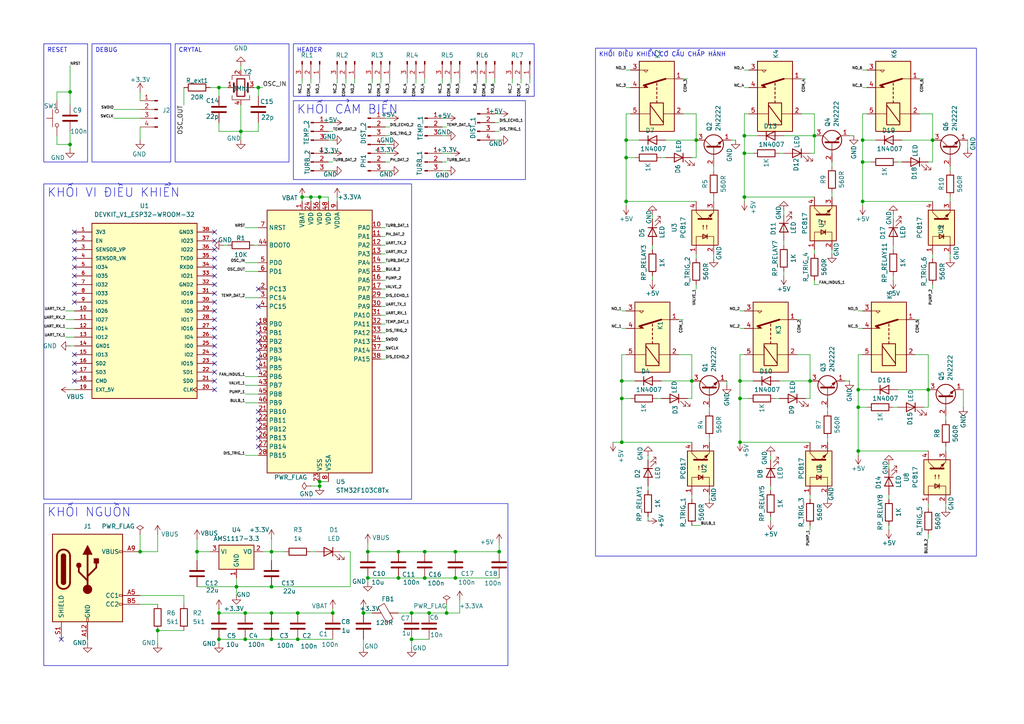
<source format=kicad_sch>
(kicad_sch (version 20250114) (generator "eeschema") (generator_version "9.0")
  (paper "A4")
  (title_block (title "IOT BOARD FOR PROJECT2") (date "2025-11-20") (company "HCM-UTE"))
  (text_box "KHỐI ĐIỀU KHIỂN CƠ CẤU CHẤP HÀNH" (at 172.72 13.97 0) (size 110.49 147.32) (margins 0.9525 0.9525 0.9525 0.9525) (effects (font (size 1.27 1.27)) (justify left top)))
  (text_box "KHỐI CẢM BIẾN" (at 85.09 29.21 0) (size 67.31 22.86) (margins 0.9525 0.9525 0.9525 0.9525) (effects (font (size 2.54 2.54)) (justify left top)))
  (text_box "DEBUG\n" (at 26.67 12.7 0) (size 22.86 34.29) (margins 0.9525 0.9525 0.9525 0.9525) (effects (font (size 1.27 1.27)) (justify left top)))
  (text_box "HEADER\n" (at 85.09 12.7 0) (size 69.85 15.24) (margins 0.9525 0.9525 0.9525 0.9525) (effects (font (size 1.27 1.27)) (justify left top)))
  (text_box "KHỐI NGUỒN" (at 12.7 146.05 0) (size 134.62 46.99) (margins 0.9525 0.9525 0.9525 0.9525) (effects (font (size 2.54 2.54)) (justify left top)))
  (text_box "CRYTAL" (at 50.8 12.7 0) (size 33.02 34.29) (margins 0.9525 0.9525 0.9525 0.9525) (effects (font (size 1.27 1.27)) (justify left top)))
  (text_box "KHỐI VI ĐIỀU KHIỂN" (at 12.7 53.34 0) (size 106.68 91.44) (margins 0.9525 0.9525 0.9525 0.9525) (effects (font (size 2.54 2.54)) (justify left top)))
  (text_box "RESET" (at 12.7 12.7 0) (size 12.7 34.29) (margins 0.9525 0.9525 0.9525 0.9525) (effects (font (size 1.27 1.27)) (justify left top)))
  (junction (at 144.78 160.02))
  (junction (at 115.57 167.64))
  (junction (at 250.19 46.99))
  (junction (at 40.64 160.02))
  (junction (at 63.5 177.8))
  (junction (at 180.34 110.49))
  (junction (at 78.74 185.42))
  (junction (at 106.68 167.64))
  (junction (at 181.61 58.42))
  (junction (at 86.36 177.8))
  (junction (at -104.14 78.74))
  (junction (at -116.84 78.74))
  (junction (at 92.71 140.97))
  (junction (at 92.71 139.7))
  (junction (at 201.93 40.64))
  (junction (at 234.95 110.49))
  (junction (at 132.08 167.64))
  (junction (at 215.9 44.45))
  (junction (at 87.63 57.15))
  (junction (at 132.08 160.02))
  (junction (at 269.24 113.03))
  (junction (at 71.12 185.42))
  (junction (at 270.51 40.64))
  (junction (at 63.5 25.4))
  (junction (at 214.63 115.57))
  (junction (at 69.85 38.1))
  (junction (at 63.5 185.42))
  (junction (at 215.9 39.37))
  (junction (at 248.92 113.03))
  (junction (at -99.06 78.74))
  (junction (at 20.32 26.67))
  (junction (at 124.46 177.8))
  (junction (at 214.63 128.27))
  (junction (at 180.34 115.57))
  (junction (at 180.34 128.27))
  (junction (at 74.93 25.4))
  (junction (at 78.74 170.18))
  (junction (at 236.22 39.37))
  (junction (at 200.66 110.49))
  (junction (at 181.61 45.72))
  (junction (at -99.06 99.06))
  (junction (at 71.12 177.8))
  (junction (at 119.38 185.42))
  (junction (at 215.9 57.15))
  (junction (at 78.74 160.02))
  (junction (at 92.71 57.15))
  (junction (at 123.19 167.64))
  (junction (at 96.52 177.8))
  (junction (at 119.38 177.8))
  (junction (at 106.68 160.02))
  (junction (at 68.58 170.18))
  (junction (at 248.92 118.11))
  (junction (at 45.72 182.88))
  (junction (at 123.19 160.02))
  (junction (at 248.92 130.81))
  (junction (at 20.32 41.91))
  (junction (at 105.41 177.8))
  (junction (at 86.36 185.42))
  (junction (at 214.63 110.49))
  (junction (at 78.74 177.8))
  (junction (at 115.57 160.02))
  (junction (at 57.15 160.02))
  (junction (at 250.19 58.42))
  (junction (at 90.17 57.15))
  (junction (at 250.19 40.64))
  (junction (at 129.54 177.8))
  (junction (at 181.61 40.64))
  (no_connect (at 21.59 80.01))
  (no_connect (at 74.93 101.6))
  (no_connect (at 62.23 110.49))
  (no_connect (at 74.93 104.14))
  (no_connect (at 74.93 83.82))
  (no_connect (at 21.59 102.87))
  (no_connect (at 62.23 82.55))
  (no_connect (at 21.59 85.09))
  (no_connect (at 62.23 102.87))
  (no_connect (at 62.23 92.71))
  (no_connect (at 74.93 121.92))
  (no_connect (at 62.23 87.63))
  (no_connect (at 74.93 127))
  (no_connect (at 62.23 69.85))
  (no_connect (at 62.23 107.95))
  (no_connect (at 17.78 185.42))
  (no_connect (at 21.59 87.63))
  (no_connect (at 62.23 72.39))
  (no_connect (at 62.23 67.31))
  (no_connect (at 62.23 113.03))
  (no_connect (at 74.93 124.46))
  (no_connect (at 62.23 100.33))
  (no_connect (at 74.93 93.98))
  (no_connect (at 21.59 77.47))
  (no_connect (at 74.93 129.54))
  (no_connect (at 74.93 88.9))
  (no_connect (at 21.59 105.41))
  (no_connect (at 21.59 69.85))
  (no_connect (at 21.59 107.95))
  (no_connect (at 62.23 85.09))
  (no_connect (at 74.93 119.38))
  (no_connect (at 62.23 80.01))
  (no_connect (at 62.23 105.41))
  (no_connect (at 74.93 96.52))
  (no_connect (at 21.59 110.49))
  (no_connect (at 62.23 77.47))
  (no_connect (at 21.59 72.39))
  (no_connect (at 74.93 106.68))
  (no_connect (at 21.59 82.55))
  (no_connect (at 62.23 90.17))
  (no_connect (at 21.59 74.93))
  (no_connect (at 62.23 97.79))
  (no_connect (at 74.93 99.06))
  (no_connect (at 62.23 74.93))
  (no_connect (at 62.23 95.25))
  (no_connect (at 21.59 67.31))
  (wire (pts (xy 128.27 36.83) (xy 129.54 36.83)))
  (wire (pts (xy 40.64 26.67) (xy 40.64 29.21)))
  (wire (pts (xy 250.19 102.87) (xy 248.92 102.87)))
  (wire (pts (xy 269.24 156.21) (xy 269.24 154.94)))
  (wire (pts (xy 90.17 160.02) (xy 91.44 160.02)))
  (wire (pts (xy 110.49 81.28) (xy 111.76 81.28)))
  (wire (pts (xy 78.74 156.21) (xy 78.74 160.02)))
  (wire (pts (xy 140.97 22.86) (xy 140.97 24.13)))
  (wire (pts (xy 20.32 113.03) (xy 21.59 113.03)))
  (wire (pts (xy 105.41 185.42) (xy 105.41 187.96)))
  (wire (pts (xy 227.33 39.37) (xy 236.22 39.37)))
  (wire (pts (xy 105.41 177.8) (xy 107.95 177.8)))
  (wire (pts (xy 90.17 140.97) (xy 92.71 140.97)))
  (wire (pts (xy 187.96 132.08) (xy 187.96 133.35)))
  (wire (pts (xy 184.15 45.72) (xy 181.61 45.72)))
  (wire (pts (xy 205.74 144.78) (xy 205.74 143.51)))
  (wire (pts (xy 248.92 113.03) (xy 248.92 102.87)))
  (wire (pts (xy 259.08 62.23) (xy 259.08 63.5)))
  (wire (pts (xy 113.03 22.86) (xy 113.03 24.13)))
  (wire (pts (xy 19.05 90.17) (xy 21.59 90.17)))
  (wire (pts (xy 210.82 111.76) (xy 210.82 110.49)))
  (wire (pts (xy 115.57 177.8) (xy 119.38 177.8)))
  (wire (pts (xy 180.34 110.49) (xy 184.15 110.49)))
  (wire (pts (xy 129.54 175.26) (xy 129.54 177.8)))
  (wire (pts (xy 269.24 118.11) (xy 269.24 113.03)))
  (wire (pts (xy 234.95 144.78) (xy 234.95 143.51)))
  (wire (pts (xy 123.19 167.64) (xy 132.08 167.64)))
  (wire (pts (xy 143.51 38.1) (xy 144.78 38.1)))
  (wire (pts (xy 200.66 45.72) (xy 201.93 45.72)))
  (wire (pts (xy 275.59 58.42) (xy 275.59 57.15)))
  (wire (pts (xy 212.09 40.64) (xy 213.36 40.64)))
  (wire (pts (xy 181.61 59.69) (xy 181.61 58.42)))
  (wire (pts (xy 106.68 167.64) (xy 106.68 168.91)))
  (wire (pts (xy 274.32 120.65) (xy 274.32 121.92)))
  (wire (pts (xy 19.05 97.79) (xy 21.59 97.79)))
  (wire (pts (xy 63.5 38.1) (xy 69.85 38.1)))
  (wire (pts (xy 25.4 185.42) (xy 25.4 186.69)))
  (wire (pts (xy 118.11 22.86) (xy 118.11 24.13)))
  (wire (pts (xy 265.43 92.71) (xy 266.7 92.71)))
  (wire (pts (xy 16.51 29.21) (xy 16.51 26.67)))
  (wire (pts (xy -104.14 78.74) (xy -99.06 78.74)))
  (wire (pts (xy 241.3 57.15) (xy 241.3 55.88)))
  (wire (pts (xy 269.24 147.32) (xy 269.24 146.05)))
  (wire (pts (xy 207.01 74.93) (xy 207.01 73.66)))
  (wire (pts (xy 144.78 33.02) (xy 143.51 33.02)))
  (wire (pts (xy -99.06 109.22) (xy -102.87 109.22)))
  (wire (pts (xy 95.25 57.15) (xy 92.71 57.15)))
  (wire (pts (xy 180.34 95.25) (xy 181.61 95.25)))
  (wire (pts (xy 53.34 175.26) (xy 53.34 172.72)))
  (wire (pts (xy 95.25 38.1) (xy 96.52 38.1)))
  (wire (pts (xy -104.14 81.28) (xy -104.14 78.74)))
  (wire (pts (xy 74.93 25.4) (xy 74.93 27.94)))
  (wire (pts (xy 250.19 40.64) (xy 250.19 33.02)))
  (wire (pts (xy 144.78 40.64) (xy 143.51 40.64)))
  (wire (pts (xy 203.2 152.4) (xy 200.66 152.4)))
  (wire (pts (xy 269.24 46.99) (xy 270.51 46.99)))
  (wire (pts (xy -104.14 99.06) (xy -99.06 99.06)))
  (wire (pts (xy 217.17 33.02) (xy 215.9 33.02)))
  (wire (pts (xy 232.41 33.02) (xy 236.22 33.02)))
  (wire (pts (xy 214.63 128.27) (xy 214.63 115.57)))
  (wire (pts (xy 193.04 40.64) (xy 201.93 40.64)))
  (wire (pts (xy -106.68 104.14) (xy -107.95 104.14)))
  (wire (pts (xy 257.81 143.51) (xy 257.81 144.78)))
  (wire (pts (xy 267.97 118.11) (xy 269.24 118.11)))
  (wire (pts (xy 130.81 22.86) (xy 130.81 24.13)))
  (wire (pts (xy 248.92 118.11) (xy 248.92 113.03)))
  (wire (pts (xy 215.9 25.4) (xy 217.17 25.4)))
  (wire (pts (xy 215.9 58.42) (xy 215.9 57.15)))
  (wire (pts (xy 250.19 25.4) (xy 251.46 25.4)))
  (wire (pts (xy 120.65 22.86) (xy 120.65 24.13)))
  (wire (pts (xy 123.19 22.86) (xy 123.19 24.13)))
  (wire (pts (xy 143.51 22.86) (xy 143.51 24.13)))
  (wire (pts (xy 196.85 92.71) (xy 198.12 92.71)))
  (wire (pts (xy 63.5 25.4) (xy 66.04 25.4)))
  (wire (pts (xy 87.63 22.86) (xy 87.63 24.13)))
  (wire (pts (xy 111.76 46.99) (xy 113.03 46.99)))
  (wire (pts (xy -133.35 104.14) (xy -132.08 104.14)))
  (wire (pts (xy 111.76 39.37) (xy 113.03 39.37)))
  (wire (pts (xy 214.63 90.17) (xy 215.9 90.17)))
  (wire (pts (xy 86.36 185.42) (xy 96.52 185.42)))
  (wire (pts (xy 76.2 160.02) (xy 78.74 160.02)))
  (wire (pts (xy 95.25 40.64) (xy 96.52 40.64)))
  (wire (pts (xy 231.14 92.71) (xy 232.41 92.71)))
  (wire (pts (xy 248.92 113.03) (xy 252.73 113.03)))
  (wire (pts (xy -118.11 138.43) (xy -119.38 138.43)))
  (wire (pts (xy 180.34 128.27) (xy 200.66 128.27)))
  (wire (pts (xy 217.17 115.57) (xy 214.63 115.57)))
  (wire (pts (xy 95.25 58.42) (xy 95.25 57.15)))
  (wire (pts (xy 199.39 115.57) (xy 200.66 115.57)))
  (wire (pts (xy 215.9 44.45) (xy 215.9 39.37)))
  (wire (pts (xy -91.44 80.01) (xy -91.44 78.74)))
  (wire (pts (xy -116.84 76.2) (xy -116.84 78.74)))
  (wire (pts (xy 20.32 100.33) (xy 21.59 100.33)))
  (wire (pts (xy 96.52 176.53) (xy 96.52 177.8)))
  (wire (pts (xy 110.49 73.66) (xy 111.76 73.66)))
  (wire (pts (xy 115.57 160.02) (xy 123.19 160.02)))
  (wire (pts (xy 110.49 101.6) (xy 111.76 101.6)))
  (wire (pts (xy 53.34 30.48) (xy 53.34 25.4)))
  (wire (pts (xy 111.76 36.83) (xy 113.03 36.83)))
  (wire (pts (xy 115.57 167.64) (xy 123.19 167.64)))
  (wire (pts (xy 266.7 33.02) (xy 270.51 33.02)))
  (wire (pts (xy 241.3 72.39) (xy 241.3 73.66)))
  (wire (pts (xy 200.66 144.78) (xy 200.66 143.51)))
  (wire (pts (xy 129.54 177.8) (xy 124.46 177.8)))
  (wire (pts (xy 78.74 160.02) (xy 78.74 162.56)))
  (wire (pts (xy 16.51 26.67) (xy 20.32 26.67)))
  (wire (pts (xy 20.32 26.67) (xy 20.32 30.48)))
  (wire (pts (xy -116.84 78.74) (xy -104.14 78.74)))
  (wire (pts (xy -91.44 99.06) (xy -99.06 99.06)))
  (wire (pts (xy 20.32 19.05) (xy 20.32 26.67)))
  (wire (pts (xy 148.59 22.86) (xy 148.59 24.13)))
  (wire (pts (xy 250.19 46.99) (xy 250.19 40.64)))
  (wire (pts (xy 181.61 58.42) (xy 201.93 58.42)))
  (wire (pts (xy 132.08 167.64) (xy 144.78 167.64)))
  (wire (pts (xy 57.15 160.02) (xy 57.15 162.56)))
  (wire (pts (xy 270.51 74.93) (xy 270.51 73.66)))
  (wire (pts (xy 63.5 185.42) (xy 63.5 186.69)))
  (wire (pts (xy 68.58 167.64) (xy 68.58 170.18)))
  (wire (pts (xy 100.33 22.86) (xy 100.33 24.13)))
  (wire (pts (xy 275.59 48.26) (xy 275.59 49.53)))
  (wire (pts (xy 71.12 114.3) (xy 74.93 114.3)))
  (wire (pts (xy 57.15 170.18) (xy 68.58 170.18)))
  (wire (pts (xy 241.3 46.99) (xy 241.3 48.26)))
  (wire (pts (xy 110.49 88.9) (xy 111.76 88.9)))
  (wire (pts (xy 110.49 86.36) (xy 111.76 86.36)))
  (wire (pts (xy 110.49 78.74) (xy 111.76 78.74)))
  (wire (pts (xy 63.5 176.53) (xy 63.5 177.8)))
  (wire (pts (xy 257.81 134.62) (xy 257.81 135.89)))
  (wire (pts (xy 223.52 132.08) (xy 223.52 133.35)))
  (wire (pts (xy 40.64 175.26) (xy 45.72 175.26)))
  (wire (pts (xy 236.22 73.66) (xy 236.22 72.39)))
  (wire (pts (xy 279.4 118.11) (xy 279.4 113.03)))
  (wire (pts (xy -104.14 90.17) (xy -104.14 88.9)))
  (wire (pts (xy 111.76 49.53) (xy 113.03 49.53)))
  (wire (pts (xy 133.35 173.99) (xy 133.35 177.8)))
  (wire (pts (xy 87.63 57.15) (xy 87.63 58.42)))
  (wire (pts (xy 101.6 160.02) (xy 101.6 170.18)))
  (wire (pts (xy 189.23 71.12) (xy 189.23 72.39)))
  (wire (pts (xy 250.19 59.69) (xy 250.19 58.42)))
  (wire (pts (xy 71.12 111.76) (xy 74.93 111.76)))
  (wire (pts (xy 180.34 115.57) (xy 180.34 110.49)))
  (wire (pts (xy 71.12 177.8) (xy 78.74 177.8)))
  (wire (pts (xy 261.62 46.99) (xy 260.35 46.99)))
  (wire (pts (xy 236.22 33.02) (xy 236.22 39.37)))
  (wire (pts (xy 226.06 110.49) (xy 234.95 110.49)))
  (wire (pts (xy -127 138.43) (xy -128.27 138.43)))
  (wire (pts (xy 214.63 115.57) (xy 214.63 110.49)))
  (wire (pts (xy 248.92 95.25) (xy 250.19 95.25)))
  (wire (pts (xy 275.59 74.93) (xy 275.59 73.66)))
  (wire (pts (xy -133.35 99.06) (xy -132.08 99.06)))
  (wire (pts (xy 232.41 22.86) (xy 233.68 22.86)))
  (wire (pts (xy 181.61 25.4) (xy 182.88 25.4)))
  (wire (pts (xy 182.88 33.02) (xy 181.61 33.02)))
  (wire (pts (xy 20.32 41.91) (xy 20.32 43.18)))
  (wire (pts (xy 252.73 46.99) (xy 250.19 46.99)))
  (wire (pts (xy 45.72 160.02) (xy 45.72 154.94)))
  (wire (pts (xy 110.49 22.86) (xy 110.49 24.13)))
  (wire (pts (xy 97.79 57.15) (xy 97.79 58.42)))
  (wire (pts (xy 63.5 25.4) (xy 63.5 27.94)))
  (wire (pts (xy 181.61 20.32) (xy 182.88 20.32)))
  (wire (pts (xy 132.08 160.02) (xy 144.78 160.02)))
  (wire (pts (xy 270.51 83.82) (xy 270.51 82.55)))
  (wire (pts (xy 251.46 118.11) (xy 248.92 118.11)))
  (wire (pts (xy 71.12 116.84) (xy 74.93 116.84)))
  (wire (pts (xy 240.03 128.27) (xy 240.03 127)))
  (wire (pts (xy 248.92 90.17) (xy 250.19 90.17)))
  (wire (pts (xy 128.27 46.99) (xy 129.54 46.99)))
  (wire (pts (xy -81.28 95.25) (xy -81.28 97.79)))
  (wire (pts (xy 90.17 57.15) (xy 87.63 57.15)))
  (wire (pts (xy 69.85 30.48) (xy 69.85 38.1)))
  (wire (pts (xy 96.52 35.56) (xy 95.25 35.56)))
  (wire (pts (xy 207.01 58.42) (xy 207.01 57.15)))
  (wire (pts (xy 234.95 153.67) (xy 234.95 152.4)))
  (wire (pts (xy 130.81 44.45) (xy 128.27 44.45)))
  (wire (pts (xy 33.02 31.75) (xy 40.64 31.75)))
  (wire (pts (xy 123.19 160.02) (xy 132.08 160.02)))
  (wire (pts (xy 250.19 58.42) (xy 250.19 46.99)))
  (wire (pts (xy 92.71 139.7) (xy 92.71 140.97)))
  (wire (pts (xy 60.96 160.02) (xy 57.15 160.02)))
  (wire (pts (xy 107.95 22.86) (xy 107.95 24.13)))
  (wire (pts (xy 68.58 170.18) (xy 78.74 170.18)))
  (wire (pts (xy 215.9 102.87) (xy 214.63 102.87)))
  (wire (pts (xy 105.41 176.53) (xy 105.41 177.8)))
  (wire (pts (xy 128.27 39.37) (xy 129.54 39.37)))
  (wire (pts (xy 201.93 74.93) (xy 201.93 73.66)))
  (wire (pts (xy 71.12 185.42) (xy 78.74 185.42)))
  (wire (pts (xy 181.61 40.64) (xy 181.61 33.02)))
  (wire (pts (xy 96.52 44.45) (xy 95.25 44.45)))
  (wire (pts (xy 215.9 20.32) (xy 217.17 20.32)))
  (wire (pts (xy 113.03 34.29) (xy 111.76 34.29)))
  (wire (pts (xy 95.25 49.53) (xy 96.52 49.53)))
  (wire (pts (xy 227.33 78.74) (xy 227.33 80.01)))
  (wire (pts (xy 129.54 34.29) (xy 128.27 34.29)))
  (wire (pts (xy 153.67 22.86) (xy 153.67 24.13)))
  (wire (pts (xy 245.11 110.49) (xy 246.38 110.49)))
  (wire (pts (xy -116.84 78.74) (xy -116.84 99.06)))
  (wire (pts (xy 260.35 118.11) (xy 259.08 118.11)))
  (wire (pts (xy 92.71 139.7) (xy 95.25 139.7)))
  (wire (pts (xy 33.02 34.29) (xy 40.64 34.29)))
  (wire (pts (xy 236.22 82.55) (xy 236.22 81.28)))
  (wire (pts (xy 110.49 68.58) (xy 111.76 68.58)))
  (wire (pts (xy -116.84 104.14) (xy -115.57 104.14)))
  (wire (pts (xy 196.85 102.87) (xy 200.66 102.87)))
  (wire (pts (xy 215.9 39.37) (xy 215.9 33.02)))
  (wire (pts (xy 205.74 128.27) (xy 205.74 127)))
  (wire (pts (xy 260.35 113.03) (xy 269.24 113.03)))
  (wire (pts (xy 198.12 33.02) (xy 201.93 33.02)))
  (wire (pts (xy 240.03 118.11) (xy 240.03 119.38)))
  (wire (pts (xy 207.01 48.26) (xy 207.01 49.53)))
  (wire (pts (xy 71.12 86.36) (xy 74.93 86.36)))
  (wire (pts (xy 68.58 170.18) (xy 68.58 172.72)))
  (wire (pts (xy 227.33 60.96) (xy 227.33 62.23)))
  (wire (pts (xy 74.93 35.56) (xy 74.93 38.1)))
  (wire (pts (xy 234.95 115.57) (xy 234.95 110.49)))
  (wire (pts (xy 187.96 140.97) (xy 187.96 142.24)))
  (wire (pts (xy 261.62 40.64) (xy 270.51 40.64)))
  (wire (pts (xy 110.49 71.12) (xy 111.76 71.12)))
  (wire (pts (xy 237.49 82.55) (xy 236.22 82.55)))
  (wire (pts (xy -104.14 97.79) (xy -104.14 99.06)))
  (wire (pts (xy 181.61 102.87) (xy 180.34 102.87)))
  (wire (pts (xy 193.04 45.72) (xy 191.77 45.72)))
  (wire (pts (xy 215.9 57.15) (xy 236.22 57.15)))
  (wire (pts (xy 101.6 170.18) (xy 78.74 170.18)))
  (wire (pts (xy 71.12 66.04) (xy 74.93 66.04)))
  (wire (pts (xy 110.49 96.52) (xy 111.76 96.52)))
  (wire (pts (xy 110.49 66.04) (xy 111.76 66.04)))
  (wire (pts (xy 69.85 19.05) (xy 69.85 20.32)))
  (wire (pts (xy 19.05 92.71) (xy 21.59 92.71)))
  (wire (pts (xy 78.74 160.02) (xy 82.55 160.02)))
  (wire (pts (xy 19.05 95.25) (xy 21.59 95.25)))
  (wire (pts (xy 201.93 83.82) (xy 201.93 82.55)))
  (wire (pts (xy 138.43 22.86) (xy 138.43 24.13)))
  (wire (pts (xy 90.17 22.86) (xy 90.17 24.13)))
  (wire (pts (xy -99.06 78.74) (xy -91.44 78.74)))
  (wire (pts (xy 259.08 80.01) (xy 259.08 81.28)))
  (wire (pts (xy 16.51 41.91) (xy 20.32 41.91)))
  (wire (pts (xy 113.03 41.91) (xy 111.76 41.91)))
  (wire (pts (xy 20.32 38.1) (xy 20.32 41.91)))
  (wire (pts (xy 71.12 78.74) (xy 74.93 78.74)))
  (wire (pts (xy 177.8 128.27) (xy 180.34 128.27)))
  (wire (pts (xy 269.24 102.87) (xy 269.24 113.03)))
  (wire (pts (xy 218.44 44.45) (xy 215.9 44.45)))
  (wire (pts (xy 133.35 177.8) (xy 129.54 177.8)))
  (wire (pts (xy 214.63 128.27) (xy 234.95 128.27)))
  (wire (pts (xy -91.44 95.25) (xy -91.44 99.06)))
  (wire (pts (xy 201.93 33.02) (xy 201.93 40.64)))
  (wire (pts (xy 223.52 140.97) (xy 223.52 142.24)))
  (wire (pts (xy 214.63 95.25) (xy 215.9 95.25)))
  (wire (pts (xy 40.64 154.94) (xy 40.64 160.02)))
  (wire (pts (xy 57.15 156.21) (xy 57.15 160.02)))
  (wire (pts (xy 181.61 58.42) (xy 181.61 45.72)))
  (wire (pts (xy 215.9 39.37) (xy 219.71 39.37)))
  (wire (pts (xy 90.17 57.15) (xy 90.17 58.42)))
  (wire (pts (xy 119.38 177.8) (xy 124.46 177.8)))
  (wire (pts (xy 257.81 152.4) (xy 257.81 153.67)))
  (wire (pts (xy 73.66 71.12) (xy 74.93 71.12)))
  (wire (pts (xy 248.92 130.81) (xy 248.92 118.11)))
  (wire (pts (xy 248.92 132.08) (xy 248.92 130.81)))
  (wire (pts (xy 181.61 45.72) (xy 181.61 40.64)))
  (wire (pts (xy 266.7 22.86) (xy 267.97 22.86)))
  (wire (pts (xy 60.96 25.4) (xy 63.5 25.4)))
  (wire (pts (xy 274.32 130.81) (xy 274.32 129.54)))
  (wire (pts (xy 215.9 57.15) (xy 215.9 44.45)))
  (wire (pts (xy 128.27 22.86) (xy 128.27 24.13)))
  (wire (pts (xy 227.33 44.45) (xy 226.06 44.45)))
  (wire (pts (xy 106.68 157.48) (xy 106.68 160.02)))
  (wire (pts (xy 280.67 43.18) (xy 280.67 40.64)))
  (wire (pts (xy 191.77 110.49) (xy 200.66 110.49)))
  (wire (pts (xy 198.12 22.86) (xy 199.39 22.86)))
  (wire (pts (xy 71.12 76.2) (xy 74.93 76.2)))
  (wire (pts (xy 189.23 80.01) (xy 189.23 81.28)))
  (wire (pts (xy -83.82 78.74) (xy -83.82 80.01)))
  (wire (pts (xy 189.23 62.23) (xy 189.23 63.5)))
  (wire (pts (xy 180.34 128.27) (xy 180.34 115.57)))
  (wire (pts (xy 274.32 146.05) (xy 274.32 147.32)))
  (wire (pts (xy 234.95 102.87) (xy 234.95 110.49)))
  (wire (pts (xy 63.5 185.42) (xy 71.12 185.42)))
  (wire (pts (xy 113.03 44.45) (xy 111.76 44.45)))
  (wire (pts (xy 110.49 99.06) (xy 111.76 99.06)))
  (wire (pts (xy 214.63 110.49) (xy 218.44 110.49)))
  (wire (pts (xy 106.68 160.02) (xy 115.57 160.02)))
  (wire (pts (xy 265.43 102.87) (xy 269.24 102.87)))
  (wire (pts (xy 110.49 76.2) (xy 111.76 76.2)))
  (wire (pts (xy -99.06 90.17) (xy -99.06 99.06)))
  (wire (pts (xy 233.68 115.57) (xy 234.95 115.57)))
  (wire (pts (xy -142.24 99.06) (xy -140.97 99.06)))
  (wire (pts (xy 53.34 172.72) (xy 40.64 172.72)))
  (wire (pts (xy 90.17 57.15) (xy 92.71 57.15)))
  (wire (pts (xy 99.06 160.02) (xy 101.6 160.02)))
  (wire (pts (xy -99.06 78.74) (xy -99.06 82.55)))
  (wire (pts (xy 92.71 22.86) (xy 92.71 24.13)))
  (wire (pts (xy -78.74 78.74) (xy -78.74 80.01)))
  (wire (pts (xy 78.74 177.8) (xy 86.36 177.8)))
  (wire (pts (xy 240.03 144.78) (xy 240.03 143.51)))
  (wire (pts (xy 144.78 157.48) (xy 144.78 160.02)))
  (wire (pts (xy 180.34 90.17) (xy 181.61 90.17)))
  (wire (pts (xy 143.51 35.56) (xy 144.78 35.56)))
  (wire (pts (xy 71.12 132.08) (xy 74.93 132.08)))
  (wire (pts (xy 69.85 38.1) (xy 69.85 40.64)))
  (wire (pts (xy 74.93 38.1) (xy 69.85 38.1)))
  (wire (pts (xy 110.49 104.14) (xy 111.76 104.14)))
  (wire (pts (xy 270.51 40.64) (xy 270.51 33.02)))
  (wire (pts (xy 133.35 22.86) (xy 133.35 24.13)))
  (wire (pts (xy 119.38 185.42) (xy 119.38 187.96)))
  (wire (pts (xy -135.89 138.43) (xy -137.16 138.43)))
  (wire (pts (xy 236.22 44.45) (xy 236.22 39.37)))
  (wire (pts (xy 191.77 115.57) (xy 190.5 115.57)))
  (wire (pts (xy 226.06 115.57) (xy 224.79 115.57)))
  (wire (pts (xy 45.72 182.88) (xy 45.72 186.69)))
  (wire (pts (xy 182.88 115.57) (xy 180.34 115.57)))
  (wire (pts (xy 187.96 149.86) (xy 187.96 151.13)))
  (wire (pts (xy 110.49 83.82) (xy 111.76 83.82)))
  (wire (pts (xy 234.95 44.45) (xy 236.22 44.45)))
  (wire (pts (xy 200.66 102.87) (xy 200.66 110.49)))
  (wire (pts (xy 63.5 35.56) (xy 63.5 38.1)))
  (wire (pts (xy 74.93 25.4) (xy 76.2 25.4)))
  (wire (pts (xy 119.38 185.42) (xy 124.46 185.42)))
  (wire (pts (xy 16.51 39.37) (xy 16.51 41.91)))
  (wire (pts (xy 270.51 46.99) (xy 270.51 40.64)))
  (wire (pts (xy 250.19 40.64) (xy 254 40.64)))
  (wire (pts (xy 73.66 25.4) (xy 74.93 25.4)))
  (wire (pts (xy 92.71 57.15) (xy 92.71 58.42)))
  (wire (pts (xy 102.87 22.86) (xy 102.87 24.13)))
  (wire (pts (xy 246.38 39.37) (xy 247.65 39.37)))
  (wire (pts (xy 95.25 46.99) (xy 96.52 46.99)))
  (wire (pts (xy 110.49 91.44) (xy 111.76 91.44)))
  (wire (pts (xy 45.72 182.88) (xy 53.34 182.88)))
  (wire (pts (xy 259.08 71.12) (xy 259.08 72.39)))
  (wire (pts (xy 250.19 20.32) (xy 251.46 20.32)))
  (wire (pts (xy 110.49 93.98) (xy 111.76 93.98)))
  (wire (pts (xy 78.74 185.42) (xy 86.36 185.42)))
  (wire (pts (xy 151.13 22.86) (xy 151.13 24.13)))
  (wire (pts (xy 205.74 118.11) (xy 205.74 119.38)))
  (wire (pts (xy 231.14 102.87) (xy 234.95 102.87)))
  (wire (pts (xy 201.93 45.72) (xy 201.93 40.64)))
  (wire (pts (xy 251.46 33.02) (xy 250.19 33.02)))
  (wire (pts (xy 223.52 149.86) (xy 223.52 151.13)))
  (wire (pts (xy 64.77 71.12) (xy 66.04 71.12)))
  (wire (pts (xy 86.36 177.8) (xy 96.52 177.8)))
  (wire (pts (xy 248.92 130.81) (xy 269.24 130.81)))
  (wire (pts (xy 214.63 110.49) (xy 214.63 102.87)))
  (wire (pts (xy 180.34 110.49) (xy 180.34 102.87)))
  (wire (pts (xy 181.61 40.64) (xy 185.42 40.64)))
  (wire (pts (xy 71.12 109.22) (xy 74.93 109.22)))
  (wire (pts (xy 97.79 22.86) (xy 97.79 24.13)))
  (wire (pts (xy 63.5 177.8) (xy 71.12 177.8)))
  (wire (pts (xy 106.68 167.64) (xy 115.57 167.64)))
  (wire (pts (xy 250.19 58.42) (xy 270.51 58.42)))
  (wire (pts (xy 129.54 49.53) (xy 128.27 49.53)))
  (wire (pts (xy 200.66 115.57) (xy 200.66 110.49)))
  (wire (pts (xy 40.64 160.02) (xy 45.72 160.02)))
  (wire (pts (xy 40.64 36.83) (xy 40.64 40.64)))
  (wire (pts (xy 227.33 69.85) (xy 227.33 71.12)))
  (label "NC_7" (at -83.82 78.74 90) (effects (font (size 0.762 0.762))))
  (label "PUMP_1" (at 234.95 153.67 270) (effects (font (size 0.762 0.762))))
  (label "NO_7" (at -78.74 78.74 90) (effects (font (size 0.762 0.762))))
  (label "TEMP_DAT_1" (at 111.76 93.98 0) (effects (font (size 0.762 0.762))))
  (label "BULB_2" (at 269.24 156.21 270) (effects (font (size 0.762 0.762))))
  (label "DIS_ECHO_1" (at 144.78 35.56 0) (effects (font (size 0.762 0.762))))
  (label "COM_4" (at 233.68 22.86 270) (effects (font (size 0.762 0.762))))
  (label "DIS_ECHO_2" (at 113.03 36.83 0) (effects (font (size 0.762 0.762))))
  (label "OSC_IN" (at 76.2 25.4 0))
  (label "COM_1" (at 198.12 92.71 270) (effects (font (size 0.762 0.762))))
  (label "NC_1" (at 87.63 24.13 270) (effects (font (size 0.762 0.762))))
  (label "NO_6" (at 143.51 24.13 270) (effects (font (size 0.762 0.762))))
  (label "NO_6" (at 250.19 20.32 180) (effects (font (size 0.762 0.762))))
  (label "SWDIO" (at 111.76 99.06 0) (effects (font (size 0.762 0.762))))
  (label "DIS_TRIG_1" (at 71.12 132.08 180) (effects (font (size 0.762 0.762))))
  (label "UART_TX_2" (at 19.05 90.17 180) (effects (font (size 0.762 0.762))))
  (label "TURB_DAT_2" (at 111.76 76.2 0) (effects (font (size 0.762 0.762))))
  (label "TEMP_DAT_1" (at 129.54 36.83 0) (effects (font (size 0.762 0.762))))
  (label "BULB_1" (at 203.2 152.4 0) (effects (font (size 0.762 0.762))))
  (label "SWCLK" (at 111.76 101.6 0) (effects (font (size 0.762 0.762))))
  (label "NO_3" (at 113.03 24.13 270) (effects (font (size 0.762 0.762))))
  (label "COM_7" (at -81.28 97.79 180) (effects (font (size 0.762 0.762))))
  (label "UART_TX_2" (at 111.76 71.12 0) (effects (font (size 0.762 0.762))))
  (label "PH_DAT_2" (at 113.03 46.99 0) (effects (font (size 0.762 0.762))))
  (label "COM_3" (at 110.49 24.13 270) (effects (font (size 0.762 0.762))))
  (label "NO_1" (at 92.71 24.13 270) (effects (font (size 0.762 0.762))))
  (label "DIS_ECHO_1" (at 111.76 86.36 0) (effects (font (size 0.762 0.762))))
  (label "BULB_2" (at 111.76 78.74 0) (effects (font (size 0.762 0.762))))
  (label "NO_5" (at 248.92 90.17 180) (effects (font (size 0.762 0.762))))
  (label "TURB_DAT_1" (at 111.76 66.04 0) (effects (font (size 0.762 0.762))))
  (label "OSC_IN" (at 71.12 76.2 180) (effects (font (size 0.762 0.762))))
  (label "TURB_DAT_1" (at 129.54 46.99 0) (effects (font (size 0.762 0.762))))
  (label "VALVE_2" (at 111.76 83.82 0) (effects (font (size 0.762 0.762))))
  (label "SWDIO" (at 33.02 31.75 180) (effects (font (size 0.762 0.762))))
  (label "BULB_1" (at 71.12 116.84 180) (effects (font (size 0.762 0.762))))
  (label "UART_TX_1" (at 19.05 97.79 180) (effects (font (size 0.762 0.762))))
  (label "VALVE_1" (at 201.93 83.82 270) (effects (font (size 0.762 0.762))))
  (label "SWCLK" (at 33.02 34.29 180) (effects (font (size 0.762 0.762))))
  (label "TEMP_DAT_2" (at 96.52 38.1 0) (effects (font (size 0.762 0.762))))
  (label "NC_3" (at 181.61 25.4 180) (effects (font (size 0.762 0.762))))
  (label "VALVE_1" (at 71.12 111.76 180) (effects (font (size 0.762 0.762))))
  (label "OSC_OUT" (at 71.12 78.74 180) (effects (font (size 0.762 0.762))))
  (label "NC_1" (at 180.34 95.25 180) (effects (font (size 0.762 0.762))))
  (label "COM_6" (at 267.97 22.86 270) (effects (font (size 0.762 0.762))))
  (label "NC_2" (at 97.79 24.13 270) (effects (font (size 0.762 0.762))))
  (label "OSC_OUT" (at 53.34 30.48 270))
  (label "DIS_TRIG_1" (at 144.78 38.1 0) (effects (font (size 0.762 0.762))))
  (label "FAN_INDUS_1" (at 237.49 82.55 0) (effects (font (size 0.762 0.762))))
  (label "COM_7" (at 151.13 24.13 270) (effects (font (size 0.762 0.762))))
  (label "VALVE_2" (at -142.24 99.06 180) (effects (font (size 0.762 0.762))))
  (label "NC_4" (at 118.11 24.13 270) (effects (font (size 0.762 0.762))))
  (label "TEMP_DAT_2" (at 71.12 86.36 180) (effects (font (size 0.762 0.762))))
  (label "UART_RX_2" (at 111.76 73.66 0) (effects (font (size 0.762 0.762))))
  (label "UART_RX_1" (at 19.05 95.25 180) (effects (font (size 0.762 0.762))))
  (label "COM_2" (at 232.41 92.71 270) (effects (font (size 0.762 0.762))))
  (label "UART_TX_1" (at 111.76 88.9 0) (effects (font (size 0.762 0.762))))
  (label "NO_5" (at 133.35 24.13 270) (effects (font (size 0.762 0.762))))
  (label "PUMP_2" (at 111.76 81.28 0) (effects (font (size 0.762 0.762))))
  (label "FAN_INDUS_1" (at 71.12 109.22 180) (effects (font (size 0.762 0.762))))
  (label "DIS_ECHO_2" (at 111.76 104.14 0) (effects (font (size 0.762 0.762))))
  (label "NC_5" (at 248.92 95.25 180) (effects (font (size 0.762 0.762))))
  (label "DIS_TRIG_2" (at 111.76 96.52 0) (effects (font (size 0.762 0.762))))
  (label "PH_DAT_2" (at 111.76 68.58 0) (effects (font (size 0.762 0.762))))
  (label "NO_1" (at 180.34 90.17 180) (effects (font (size 0.762 0.762))))
  (label "COM_2" (at 100.33 24.13 270) (effects (font (size 0.762 0.762))))
  (label "NO_7" (at 153.67 24.13 270) (effects (font (size 0.762 0.762))))
  (label "NC_7" (at 148.59 24.13 270) (effects (font (size 0.762 0.762))))
  (label "NC_5" (at 128.27 24.13 270) (effects (font (size 0.762 0.762))))
  (label "NO_2" (at 214.63 90.17 180) (effects (font (size 0.762 0.762))))
  (label "COM_5" (at 130.81 24.13 270) (effects (font (size 0.762 0.762))))
  (label "NO_3" (at 181.61 20.32 180) (effects (font (size 0.762 0.762))))
  (label "NO_4" (at 215.9 20.32 180) (effects (font (size 0.762 0.762))))
  (label "COM_5" (at 266.7 92.71 270) (effects (font (size 0.762 0.762))))
  (label "COM_6" (at 140.97 24.13 270) (effects (font (size 0.762 0.762))))
  (label "NC_3" (at 107.95 24.13 270) (effects (font (size 0.762 0.762))))
  (label "COM_4" (at 120.65 24.13 270) (effects (font (size 0.762 0.762))))
  (label "NRST" (at 20.32 19.05 0) (effects (font (size 0.762 0.762))))
  (label "NO_4" (at 123.19 24.13 270) (effects (font (size 0.762 0.762))))
  (label "DIS_TRIG_2" (at 113.03 39.37 0) (effects (font (size 0.762 0.762))))
  (label "NC_6" (at 138.43 24.13 270) (effects (font (size 0.762 0.762))))
  (label "COM_1" (at 90.17 24.13 270) (effects (font (size 0.762 0.762))))
  (label "NO_2" (at 102.87 24.13 270) (effects (font (size 0.762 0.762))))
  (label "NRST" (at 71.12 66.04 180) (effects (font (size 0.762 0.762))))
  (label "NC_4" (at 215.9 25.4 180) (effects (font (size 0.762 0.762))))
  (label "NC_6" (at 250.19 25.4 180) (effects (font (size 0.762 0.762))))
  (label "PUMP_1" (at 71.12 114.3 180) (effects (font (size 0.762 0.762))))
  (label "TURB_DAT_2" (at 96.52 46.99 0) (effects (font (size 0.762 0.762))))
  (label "PUMP_2" (at 270.51 83.82 270) (effects (font (size 0.762 0.762))))
  (label "COM_3" (at 199.39 22.86 270) (effects (font (size 0.762 0.762))))
  (label "NC_2" (at 214.63 95.25 180) (effects (font (size 0.762 0.762))))
  (label "UART_RX_2" (at 19.05 92.71 180) (effects (font (size 0.762 0.762))))
  (label "UART_RX_1" (at 111.76 91.44 0) (effects (font (size 0.762 0.762))))
  (symbol (lib_id "Device:R") (at 240.03 123.19 180) (unit 1)
    (property "Reference" "R7" (at 237.49 123.19 90))
    (property "Value" "560R" (at 242.824 123.19 90))
    (property "Footprint" "Resistor_SMD:R_0805_2012Metric" (effects (hide yes)))
    (property "Description" "Resistor" (effects (hide yes)))
  )
  (symbol (lib_id "power:GND") (at 223.52 132.08 180) (unit 1)
    (property "Reference" "#PWR060" (effects (hide yes)))
    (property "Value" "GND" (at 221.742 134.874 90) (effects (justify right)))
    (property "Description" "Power symbol creates a global label with name \"GND\" , ground" (effects (hide yes)))
  )
  (symbol (lib_id "Transistor_BJT:2N2219") (at -101.6 104.14 0) (unit 1)
    (property "Reference" "Q7" (at -96.52 102.8699 0) (effects (justify left)))
    (property "Value" "2N2222" (at -96.52 105.4099 0) (effects (justify left)))
    (property "Footprint" "Connector_PinHeader_1.27mm:PinHeader_1x03_P1.27mm_Vertical" (effects (hide yes)))
    (property "Datasheet" "http://www.onsemi.com/pub_link/Collateral/2N2219-D.PDF" (effects (hide yes)))
    (property "Description" "800mA Ic, 50V Vce, NPN Transistor, TO-39" (effects (hide yes)))
  )
  (symbol (lib_id "power:GND") (at 129.54 39.37 90) (unit 1)
    (property "Reference" "#PWR033" (effects (hide yes)))
    (property "Value" "GND" (at 128.778 38.354 90))
    (property "Description" "Power symbol creates a global label with name \"GND\" , ground" (effects (hide yes)))
  )
  (symbol (lib_id "Device:LED") (at -123.19 138.43 0) (mirror y) (unit 1)
    (property "Reference" "D20" (at -123.444 135.382 0))
    (property "Value" "LED" (at -123.19 141.224 0))
    (property "Footprint" "LED_SMD:LED_0805_2012Metric" (effects (hide yes)))
    (property "Description" "Light emitting diode" (effects (hide yes)))
    (property "Sim.Pins" "1=K 2=A" (effects (hide yes)))
  )
  (symbol (lib_id "power:+3.3V") (at 130.81 44.45 270) (unit 1)
    (property "Reference" "#PWR036" (effects (hide yes)))
    (property "Value" "+3.3V" (at 129.54 43.434 90))
    (property "Description" "Power symbol creates a global label with name \"+3.3V\"" (effects (hide yes)))
  )
  (symbol (lib_id "Device:LED") (at 189.23 67.31 90) (mirror x) (unit 1)
    (property "Reference" "D5" (at 186.182 67.564 0))
    (property "Value" "LED" (at 192.024 67.31 0))
    (property "Footprint" "LED_SMD:LED_0805_2012Metric" (effects (hide yes)))
    (property "Description" "Light emitting diode" (effects (hide yes)))
    (property "Sim.Pins" "1=K 2=A" (effects (hide yes)))
  )
  (symbol (lib_id "power:GND") (at 240.03 144.78 0) (unit 1)
    (property "Reference" "#PWR053" (effects (hide yes)))
    (property "Value" "GND" (at 241.046 143.256 90))
    (property "Description" "Power symbol creates a global label with name \"GND\" , ground" (effects (hide yes)))
  )
  (symbol (lib_id "power:GND") (at 69.85 19.05 180) (unit 1)
    (property "Reference" "#PWR023" (effects (hide yes)))
    (property "Value" "GND" (at 69.85 13.97 0))
    (property "Description" "Power symbol creates a global label with name \"GND\" , ground" (effects (hide yes)))
  )
  (symbol (lib_id "Device:R") (at 275.59 53.34 180) (unit 1)
    (property "Reference" "R10" (at 273.05 53.34 90))
    (property "Value" "560R" (at 278.384 53.34 90))
    (property "Footprint" "Resistor_SMD:R_0805_2012Metric" (effects (hide yes)))
    (property "Description" "Resistor" (effects (hide yes)))
  )
  (symbol (lib_id "Connector:Conn_01x04_Pin") (at 106.68 36.83 0) (unit 1)
    (property "Reference" "DIST_2" (at 105.41 38.608 90))
    (property "Value" "Conn_01x04_Pin" (effects (hide yes)))
    (property "Footprint" "Connector_PinHeader_2.54mm:PinHeader_1x04_P2.54mm_Vertical" (effects (hide yes)))
    (property "Description" "Generic connector, single row, 01x04, script generated" (effects (hide yes)))
  )
  (symbol (lib_id "Device:R") (at 57.15 25.4 90) (unit 1)
    (property "Reference" "R_ext1" (at 57.15 23.368 90))
    (property "Value" "20R" (at 57.15 28.194 90))
    (property "Footprint" "Resistor_SMD:R_0805_2012Metric" (effects (hide yes)))
    (property "Description" "Resistor" (effects (hide yes)))
  )
  (symbol (lib_id "Device:C") (at 78.74 166.37 0) (unit 1)
    (property "Reference" "C13" (at 81.534 169.164 0) (effects (justify left)))
    (property "Value" "22u" (at 82.042 171.45 0) (effects (justify left)))
    (property "Footprint" "Capacitor_SMD:C_0805_2012Metric" (effects (hide yes)))
    (property "Description" "Unpolarized capacitor" (effects (hide yes)))
  )
  (symbol (lib_id "Device:R") (at -111.76 104.14 90) (unit 1)
    (property "Reference" "R11" (at -111.76 101.6 90))
    (property "Value" "560R" (at -111.76 106.934 90))
    (property "Footprint" "Resistor_SMD:R_0805_2012Metric" (effects (hide yes)))
    (property "Description" "Resistor" (effects (hide yes)))
  )
  (symbol (lib_id "power:GND") (at -133.35 104.14 270) (unit 1)
    (property "Reference" "#PWR073" (effects (hide yes)))
    (property "Value" "GND" (at -131.826 105.156 90))
    (property "Description" "Power symbol creates a global label with name \"GND\" , ground" (effects (hide yes)))
  )
  (symbol (lib_id "power:GND") (at 96.52 49.53 90) (unit 1)
    (property "Reference" "#PWR039" (effects (hide yes)))
    (property "Value" "GND" (at 95.758 50.546 90))
    (property "Description" "Power symbol creates a global label with name \"GND\" , ground" (effects (hide yes)))
  )
  (symbol (lib_id "power:GND") (at 279.4 118.11 0) (unit 1)
    (property "Reference" "#PWR058" (effects (hide yes)))
    (property "Value" "GND" (at 279.4 122.174 90))
    (property "Description" "Power symbol creates a global label with name \"GND\" , ground" (effects (hide yes)))
  )
  (symbol (lib_id "Isolator:PC817") (at -124.46 101.6 0) (unit 1)
    (property "Reference" "U10" (at -124.46 92.71 0))
    (property "Value" "PC817" (at -124.46 95.25 0))
    (property "Footprint" "Package_DIP:DIP-4_W7.62mm" (effects (hide yes)))
    (property "Datasheet" "http://www.soselectronic.cz/a_info/resource/d/pc817.pdf" (effects (hide yes)))
    (property "Description" "DC Optocoupler, Vce 35V, CTR 50-300%, DIP-4" (effects (hide yes)))
  )
  (symbol (lib_id "power:GND") (at 113.03 41.91 90) (unit 1)
    (property "Reference" "#PWR043" (effects (hide yes)))
    (property "Value" "GND" (at 112.268 40.64 90))
    (property "Description" "Power symbol creates a global label with name \"GND\" , ground" (effects (hide yes)))
  )
  (symbol (lib_id "Device:R") (at 69.85 71.12 90) (unit 1)
    (property "Reference" "R1" (at 69.85 69.088 90))
    (property "Value" "10K" (at 69.85 73.914 90))
    (property "Footprint" "Resistor_SMD:R_0805_2012Metric" (effects (hide yes)))
    (property "Description" "Resistor" (effects (hide yes)))
  )
  (symbol (lib_id "power:GND") (at 63.5 186.69 0) (unit 1)
    (property "Reference" "#PWR03" (effects (hide yes)))
    (property "Value" "GND" (at 60.706 186.69 0))
    (property "Description" "Power symbol creates a global label with name \"GND\" , ground" (effects (hide yes)))
  )
  (symbol (lib_id "power:+3.3V") (at 96.52 35.56 270) (unit 1)
    (property "Reference" "#PWR034" (effects (hide yes)))
    (property "Value" "+5V" (at 95.758 34.798 90))
    (property "Description" "Power symbol creates a global label with name \"+3.3V\"" (effects (hide yes)))
  )
  (symbol (lib_id "Device:R") (at 223.52 146.05 180) (unit 1)
    (property "Reference" "RP_RELAY5" (at 220.98 146.05 90))
    (property "Value" "1K" (at 226.314 146.05 90))
    (property "Footprint" "Resistor_SMD:R_0805_2012Metric" (effects (hide yes)))
    (property "Description" "Resistor" (effects (hide yes)))
  )
  (symbol (lib_id "Device:R") (at -132.08 138.43 90) (unit 1)
    (property "Reference" "RP_RELAY13" (at -132.08 135.89 90))
    (property "Value" "1K" (at -132.08 141.224 90))
    (property "Footprint" "Resistor_SMD:R_0805_2012Metric" (effects (hide yes)))
    (property "Description" "Resistor" (effects (hide yes)))
  )
  (symbol (lib_id "Connector:Conn_01x03_Pin") (at 106.68 46.99 0) (unit 1)
    (property "Reference" "PH1" (at 105.41 44.704 90) (effects (justify right)))
    (property "Value" "Conn_01x03_Pin" (effects (hide yes)))
    (property "Footprint" "Connector_PinHeader_2.54mm:PinHeader_1x03_P2.54mm_Vertical" (effects (hide yes)))
    (property "Description" "Generic connector, single row, 01x03, script generated" (effects (hide yes)))
  )
  (symbol (lib_id "power:VBUS") (at 20.32 113.03 90) (unit 1)
    (property "Reference" "#PWR026" (effects (hide yes)))
    (property "Value" "VBUS" (at 24.384 115.062 90) (effects (justify left)))
    (property "Description" "Power symbol creates a global label with name \"VBUS\"" (effects (hide yes)))
  )
  (symbol (lib_id "Transistor_BJT:2N2219") (at 240.03 113.03 90) (unit 1)
    (property "Reference" "Q3" (at 238.7599 107.95 0) (effects (justify left)))
    (property "Value" "2N2222" (at 241.2999 107.95 0) (effects (justify left)))
    (property "Footprint" "Connector_PinHeader_1.27mm:PinHeader_1x03_P1.27mm_Vertical" (effects (hide yes)))
    (property "Datasheet" "http://www.onsemi.com/pub_link/Collateral/2N2219-D.PDF" (effects (hide yes)))
    (property "Description" "800mA Ic, 50V Vce, NPN Transistor, TO-39" (effects (hide yes)))
  )
  (symbol (lib_id "Relay:SANYOU_SRD_Form_C") (at 190.5 27.94 90) (unit 1)
    (property "Reference" "K2" (at 190.754 17.018 0) (effects (justify left)))
    (property "Value" "SANYOU_SRD_Form_C" (effects (hide yes)))
    (property "Footprint" "Relay_THT:Relay_SPDT_SANYOU_SRD_Series_Form_C" (effects (hide yes)))
    (property "Datasheet" "http://www.sanyourelay.ca/public/products/pdf/SRD.pdf" (effects (hide yes)))
    (property "Description" "Sanyo SRD relay, Single Pole Miniature Power Relay," (effects (hide yes)))
  )
  (symbol (lib_id "power:PWR_FLAG") (at 40.64 154.94 0) (mirror y) (unit 1)
    (property "Reference" "#FLG02" (effects (hide yes)))
    (property "Value" "PWR_FLAG" (at 34.29 152.654 0))
    (property "Description" "Special symbol for telling ERC where power comes from" (effects (hide yes)))
  )
  (symbol (lib_id "power:GND") (at 68.58 172.72 0) (unit 1)
    (property "Reference" "#PWR017" (effects (hide yes)))
    (property "Value" "GND" (at 70.612 172.466 0))
    (property "Description" "Power symbol creates a global label with name \"GND\" , ground" (effects (hide yes)))
  )
  (symbol (lib_id "power:PWR_FLAG") (at 90.17 140.97 90) (unit 1)
    (property "Reference" "#FLG03" (effects (hide yes)))
    (property "Value" "PWR_FLAG" (at 84.328 138.43 90))
    (property "Description" "Special symbol for telling ERC where power comes from" (effects (hide yes)))
  )
  (symbol (lib_id "Device:LED") (at 187.96 137.16 90) (mirror x) (unit 1)
    (property "Reference" "D2" (at 184.912 137.414 0))
    (property "Value" "LED" (at 190.754 137.16 0))
    (property "Footprint" "LED_SMD:LED_0805_2012Metric" (effects (hide yes)))
    (property "Description" "Light emitting diode" (effects (hide yes)))
    (property "Sim.Pins" "1=K 2=A" (effects (hide yes)))
  )
  (symbol (lib_id "Device:C") (at 105.41 181.61 0) (mirror y) (unit 1)
    (property "Reference" "C8" (at 101.6 180.3399 0) (effects (justify left)))
    (property "Value" "1u" (at 101.6 182.8799 0) (effects (justify left)))
    (property "Footprint" "Capacitor_SMD:C_0805_2012Metric" (effects (hide yes)))
    (property "Description" "Unpolarized capacitor" (effects (hide yes)))
  )
  (symbol (lib_id "Device:LED") (at 195.58 115.57 0) (mirror y) (unit 1)
    (property "Reference" "D3" (at 195.834 118.872 90))
    (property "Value" "LED" (at 195.58 112.268 90))
    (property "Footprint" "LED_SMD:LED_0805_2012Metric" (effects (hide yes)))
    (property "Description" "Light emitting diode" (effects (hide yes)))
    (property "Sim.Pins" "1=K 2=A" (effects (hide yes)))
  )
  (symbol (lib_id "power:VBUS") (at 45.72 154.94 0) (unit 1)
    (property "Reference" "#PWR012" (effects (hide yes)))
    (property "Value" "VBUS" (at 49.276 154.94 0))
    (property "Description" "Power symbol creates a global label with name \"VBUS\"" (effects (hide yes)))
  )
  (symbol (lib_id "Diode:1N4007") (at 187.96 110.49 0) (unit 1)
    (property "Reference" "D4" (at 185.928 107.696 0) (effects (justify left)))
    (property "Value" "1N4007" (at 184.404 113.03 0) (effects (justify left)))
    (property "Footprint" "Diode_THT:D_DO-41_SOD81_P10.16mm_Horizontal" (effects (hide yes)))
    (property "Datasheet" "http://www.vishay.com/docs/88503/1n4001.pdf" (effects (hide yes)))
    (property "Description" "1000V 1A General Purpose Rectifier Diode, DO-41" (effects (hide yes)))
    (property "Sim.Device" "D" (effects (hide yes)))
    (property "Sim.Pins" "1=K 2=A" (effects (hide yes)))
  )
  (symbol (lib_id "Device:R") (at 274.32 125.73 180) (unit 1)
    (property "Reference" "R8" (at 271.78 125.73 90))
    (property "Value" "560R" (at 277.114 125.73 90))
    (property "Footprint" "Resistor_SMD:R_0805_2012Metric" (effects (hide yes)))
    (property "Description" "Resistor" (effects (hide yes)))
  )
  (symbol (lib_id "Device:R") (at 236.22 77.47 180) (unit 1)
    (property "Reference" "R_TRIG_4" (at 233.68 77.47 90))
    (property "Value" "560R" (at 239.014 77.47 90))
    (property "Footprint" "Resistor_SMD:R_0805_2012Metric" (effects (hide yes)))
    (property "Description" "Resistor" (effects (hide yes)))
  )
  (symbol (lib_id "Device:C") (at 123.19 163.83 0) (unit 1)
    (property "Reference" "C16" (at 124.206 166.624 0) (effects (justify left)))
    (property "Value" "100n" (at 123.952 169.164 0) (effects (justify left)))
    (property "Footprint" "Capacitor_SMD:C_0805_2012Metric" (effects (hide yes)))
    (property "Description" "Unpolarized capacitor" (effects (hide yes)))
  )
  (symbol (lib_id "power:GND") (at 119.38 187.96 0) (mirror y) (unit 1)
    (property "Reference" "#PWR05" (effects (hide yes)))
    (property "Value" "GND" (at 121.666 187.96 0))
    (property "Description" "Power symbol creates a global label with name \"GND\" , ground" (effects (hide yes)))
  )
  (symbol (lib_id "Transistor_BJT:2N2219") (at 207.01 43.18 90) (unit 1)
    (property "Reference" "Q2" (at 205.7399 38.1 0) (effects (justify left)))
    (property "Value" "2N2222" (at 208.2799 38.1 0) (effects (justify left)))
    (property "Footprint" "Connector_PinHeader_1.27mm:PinHeader_1x03_P1.27mm_Vertical" (effects (hide yes)))
    (property "Datasheet" "http://www.onsemi.com/pub_link/Collateral/2N2219-D.PDF" (effects (hide yes)))
    (property "Description" "800mA Ic, 50V Vce, NPN Transistor, TO-39" (effects (hide yes)))
  )
  (symbol (lib_id "power:+3.3V") (at 78.74 156.21 0) (unit 1)
    (property "Reference" "#PWR019" (effects (hide yes)))
    (property "Value" "+3.3V" (at 75.184 153.67 0))
    (property "Description" "Power symbol creates a global label with name \"+3.3V\"" (effects (hide yes)))
  )
  (symbol (lib_id "Isolator:PC817") (at 271.78 138.43 90) (unit 1)
    (property "Reference" "U8" (at 262.89 138.43 0))
    (property "Value" "PC817" (at 265.43 138.43 0))
    (property "Footprint" "Package_DIP:DIP-4_W7.62mm" (effects (hide yes)))
    (property "Datasheet" "http://www.soselectronic.cz/a_info/resource/d/pc817.pdf" (effects (hide yes)))
    (property "Description" "DC Optocoupler, Vce 35V, CTR 50-300%, DIP-4" (effects (hide yes)))
  )
  (symbol (lib_id "DEVKIT_V1_ESP32-WROOM-32:DEVKIT_V1_ESP32-WROOM-32") (at 41.91 90.17 0) (unit 1)
    (property "Reference" "U1" (at 41.91 59.69 0))
    (property "Value" "DEVKIT_V1_ESP32-WROOM-32" (at 41.91 62.23 0))
    (property "Footprint" "DEVKIT_V1_ESP32-WROOM-32:MODULE_DEVKIT_V1_ESP32-WROOM-32" (effects (hide yes)))
    (property "MF" "Espressif Systems" (effects (hide yes)))
    (property "Description_1" "WROOM-32 Development Board ESP32 ESP-32S WiFi Bluetooth Dev Module" (effects (hide yes)))
    (property "Package" "Package" (effects (hide yes)))
    (property "Price" "None" (effects (hide yes)))
    (property "Check_prices" "https://www.snapeda.com/parts/DEVKIT%20V1%20ESP32-WROOM-32/Espressif+Systems/view-part/?ref=eda" (effects (hide yes)))
    (property "STANDARD" "Manufacturer Recommendations" (effects (hide yes)))
    (property "PARTREV" "N/A" (effects (hide yes)))
    (property "SnapEDA_Link" "https://www.snapeda.com/parts/DEVKIT%20V1%20ESP32-WROOM-32/Espressif+Systems/view-part/?ref=snap" (effects (hide yes)))
    (property "MP" "DEVKIT V1 ESP32-WROOM-32" (effects (hide yes)))
    (property "Availability" "Not in stock" (effects (hide yes)))
    (property "MANUFACTURER" "Espressif Systems" (effects (hide yes)))
  )
  (symbol (lib_id "Device:R") (at 256.54 46.99 90) (unit 1)
    (property "Reference" "RP_RELAY12" (effects (hide yes)))
    (property "Value" "1K" (at 256.54 49.784 0))
    (property "Footprint" "Resistor_SMD:R_0805_2012Metric" (effects (hide yes)))
    (property "Description" "Resistor" (effects (hide yes)))
  )
  (symbol (lib_id "Device:LED") (at 223.52 137.16 90) (mirror x) (unit 1)
    (property "Reference" "D8" (at 220.472 137.414 0))
    (property "Value" "LED" (at 226.314 137.16 0))
    (property "Footprint" "LED_SMD:LED_0805_2012Metric" (effects (hide yes)))
    (property "Description" "Light emitting diode" (effects (hide yes)))
    (property "Sim.Pins" "1=K 2=A" (effects (hide yes)))
  )
  (symbol (lib_id "Connector:Conn_01x03_Pin") (at 130.81 17.78 270) (unit 1)
    (property "Reference" "RL5" (at 131.572 16.002 90) (effects (justify right)))
    (property "Value" "Conn_01x03_Pin" (effects (hide yes)))
    (property "Footprint" "Connector_PinHeader_2.54mm:PinHeader_1x03_P2.54mm_Vertical" (effects (hide yes)))
    (property "Description" "Generic connector, single row, 01x03, script generated" (effects (hide yes)))
  )
  (symbol (lib_id "Connector:Conn_01x04_Pin") (at 45.72 31.75 0) (mirror y) (unit 1)
    (property "Reference" "J2" (at 48.26 32.004 0))
    (property "Value" "ST-LINK" (effects (hide yes)))
    (property "Footprint" "Connector_PinHeader_2.54mm:PinHeader_1x04_P2.54mm_Vertical" (effects (hide yes)))
    (property "Description" "Generic connector, single row, 01x04, script generated" (effects (hide yes)))
  )
  (symbol (lib_id "power:+3.3V") (at 215.9 58.42 180) (unit 1)
    (property "Reference" "#PWR064" (effects (hide yes)))
    (property "Value" "+5V" (at 218.44 60.198 90))
    (property "Description" "Power symbol creates a global label with name \"+3.3V\"" (effects (hide yes)))
  )
  (symbol (lib_id "power:GND") (at 113.03 49.53 90) (unit 1)
    (property "Reference" "#PWR021" (effects (hide yes)))
    (property "Value" "GND" (at 112.014 50.546 90))
    (property "Description" "Power symbol creates a global label with name \"GND\" , ground" (effects (hide yes)))
  )
  (symbol (lib_id "Device:C") (at 74.93 31.75 0) (unit 1)
    (property "Reference" "C15" (at 75.438 29.464 0) (effects (justify left)))
    (property "Value" "22p" (at 75.692 34.036 0) (effects (justify left)))
    (property "Footprint" "Capacitor_SMD:C_0603_1608Metric" (effects (hide yes)))
    (property "Description" "Unpolarized capacitor" (effects (hide yes)))
  )
  (symbol (lib_id "power:+3.3V") (at 96.52 44.45 270) (unit 1)
    (property "Reference" "#PWR038" (effects (hide yes)))
    (property "Value" "+3.3V" (at 95.25 43.688 90))
    (property "Description" "Power symbol creates a global label with name \"+3.3V\"" (effects (hide yes)))
  )
  (symbol (lib_id "power:+3.3V") (at 181.61 59.69 180) (unit 1)
    (property "Reference" "#PWR049" (effects (hide yes)))
    (property "Value" "+5V" (at 181.61 63.5 0))
    (property "Description" "Power symbol creates a global label with name \"+3.3V\"" (effects (hide yes)))
  )
  (symbol (lib_id "Device:C") (at 144.78 163.83 0) (unit 1)
    (property "Reference" "C18" (at 140.462 166.37 0) (effects (justify left)))
    (property "Value" "100n" (at 140.462 169.164 0) (effects (justify left)))
    (property "Footprint" "Capacitor_SMD:C_0805_2012Metric" (effects (hide yes)))
    (property "Description" "Unpolarized capacitor" (effects (hide yes)))
  )
  (symbol (lib_id "Device:LED") (at 196.85 45.72 0) (mirror y) (unit 1)
    (property "Reference" "D6" (at 196.596 49.022 90))
    (property "Value" "LED" (at 196.85 42.418 90))
    (property "Footprint" "LED_SMD:LED_0805_2012Metric" (effects (hide yes)))
    (property "Description" "Light emitting diode" (effects (hide yes)))
    (property "Sim.Pins" "1=K 2=A" (effects (hide yes)))
  )
  (symbol (lib_id "Device:R") (at 45.72 179.07 180) (unit 1)
    (property "Reference" "R6" (at 48.26 177.7999 0) (effects (justify right)))
    (property "Value" "5k1" (at 48.26 180.3399 0) (effects (justify right)))
    (property "Footprint" "Resistor_SMD:R_0805_2012Metric" (effects (hide yes)))
    (property "Description" "Resistor" (effects (hide yes)))
  )
  (symbol (lib_id "Device:C") (at 132.08 163.83 0) (unit 1)
    (property "Reference" "C17" (at 133.604 166.37 0) (effects (justify left)))
    (property "Value" "100n" (at 132.842 168.91 0) (effects (justify left)))
    (property "Footprint" "Capacitor_SMD:C_0805_2012Metric" (effects (hide yes)))
    (property "Description" "Unpolarized capacitor" (effects (hide yes)))
  )
  (symbol (lib_id "power:GND") (at 129.54 49.53 90) (unit 1)
    (property "Reference" "#PWR037" (effects (hide yes)))
    (property "Value" "GND" (at 128.27 50.8 90))
    (property "Description" "Power symbol creates a global label with name \"GND\" , ground" (effects (hide yes)))
  )
  (symbol (lib_id "power:+3.3V") (at 105.41 176.53 0) (mirror y) (unit 1)
    (property "Reference" "#PWR06" (effects (hide yes)))
    (property "Value" "+3.3V" (at 107.188 176.53 0))
    (property "Description" "Power symbol creates a global label with name \"+3.3V\"" (effects (hide yes)))
  )
  (symbol (lib_id "power:GND") (at 227.33 60.96 180) (unit 1)
    (property "Reference" "#PWR065" (effects (hide yes)))
    (property "Value" "GND" (at 225.806 63.754 90) (effects (justify right)))
    (property "Description" "Power symbol creates a global label with name \"GND\" , ground" (effects (hide yes)))
  )
  (symbol (lib_id "power:GND") (at 247.65 39.37 0) (unit 1)
    (property "Reference" "#PWR066" (effects (hide yes)))
    (property "Value" "GND" (at 247.65 44.196 90))
    (property "Description" "Power symbol creates a global label with name \"GND\" , ground" (effects (hide yes)))
  )
  (symbol (lib_id "Connector:Conn_01x03_Pin") (at 123.19 46.99 0) (unit 1)
    (property "Reference" "TURB_1" (at 121.666 43.688 90) (effects (justify right)))
    (property "Value" "Conn_01x03_Pin" (effects (hide yes)))
    (property "Footprint" "Connector_PinHeader_2.54mm:PinHeader_1x03_P2.54mm_Vertical" (effects (hide yes)))
    (property "Description" "Generic connector, single row, 01x03, script generated" (effects (hide yes)))
  )
  (symbol (lib_id "Device:R") (at 53.34 179.07 180) (unit 1)
    (property "Reference" "R2" (at 55.88 177.7999 0) (effects (justify right)))
    (property "Value" "5k1" (at 55.88 180.3399 0) (effects (justify right)))
    (property "Footprint" "Resistor_SMD:R_0805_2012Metric" (effects (hide yes)))
    (property "Description" "Resistor" (effects (hide yes)))
  )
  (symbol (lib_id "Device:R") (at 186.69 115.57 90) (unit 1)
    (property "Reference" "RP_RELAY2" (effects (hide yes)))
    (property "Value" "1K" (at 186.69 118.364 0))
    (property "Footprint" "Resistor_SMD:R_0805_2012Metric" (effects (hide yes)))
    (property "Description" "Resistor" (effects (hide yes)))
  )
  (symbol (lib_id "power:GND") (at 207.01 74.93 0) (unit 1)
    (property "Reference" "#PWR048" (effects (hide yes)))
    (property "Value" "GND" (at 208.534 73.406 90))
    (property "Description" "Power symbol creates a global label with name \"GND\" , ground" (effects (hide yes)))
  )
  (symbol (lib_id "Isolator:PC817") (at 203.2 135.89 90) (unit 1)
    (property "Reference" "U2" (at 204.216 135.89 0))
    (property "Value" "PC817" (at 198.12 135.89 0))
    (property "Footprint" "Package_DIP:DIP-4_W7.62mm" (effects (hide yes)))
    (property "Datasheet" "http://www.soselectronic.cz/a_info/resource/d/pc817.pdf" (effects (hide yes)))
    (property "Description" "DC Optocoupler, Vce 35V, CTR 50-300%, DIP-4" (effects (hide yes)))
  )
  (symbol (lib_id "Device:LED") (at 227.33 66.04 90) (mirror x) (unit 1)
    (property "Reference" "D11" (at 224.282 66.294 0))
    (property "Value" "LED" (at 230.124 66.04 0))
    (property "Footprint" "LED_SMD:LED_0805_2012Metric" (effects (hide yes)))
    (property "Description" "Light emitting diode" (effects (hide yes)))
    (property "Sim.Pins" "1=K 2=A" (effects (hide yes)))
  )
  (symbol (lib_id "Device:R") (at 207.01 53.34 180) (unit 1)
    (property "Reference" "R5" (at 204.47 53.34 90))
    (property "Value" "560R" (at 209.804 53.34 90))
    (property "Footprint" "Resistor_SMD:R_0805_2012Metric" (effects (hide yes)))
    (property "Description" "Resistor" (effects (hide yes)))
  )
  (symbol (lib_id "Isolator:PC817") (at 273.05 66.04 90) (unit 1)
    (property "Reference" "U9" (at 272.796 66.548 0))
    (property "Value" "PC817" (at 266.7 66.04 0))
    (property "Footprint" "Package_DIP:DIP-4_W7.62mm" (effects (hide yes)))
    (property "Datasheet" "http://www.soselectronic.cz/a_info/resource/d/pc817.pdf" (effects (hide yes)))
    (property "Description" "DC Optocoupler, Vce 35V, CTR 50-300%, DIP-4" (effects (hide yes)))
  )
  (symbol (lib_id "Connector:Conn_01x04_Pin") (at 138.43 35.56 0) (unit 1)
    (property "Reference" "DIST_1" (at 137.16 37.084 90))
    (property "Value" "Conn_01x04_Pin" (effects (hide yes)))
    (property "Footprint" "Connector_PinHeader_2.54mm:PinHeader_1x04_P2.54mm_Vertical" (effects (hide yes)))
    (property "Description" "Generic connector, single row, 01x04, script generated" (effects (hide yes)))
  )
  (symbol (lib_id "Diode:1N4007") (at 256.54 113.03 0) (unit 1)
    (property "Reference" "D16" (at 254.508 110.236 0) (effects (justify left)))
    (property "Value" "1N4007" (at 252.984 115.57 0) (effects (justify left)))
    (property "Footprint" "Diode_THT:D_DO-41_SOD81_P10.16mm_Horizontal" (effects (hide yes)))
    (property "Datasheet" "http://www.vishay.com/docs/88503/1n4001.pdf" (effects (hide yes)))
    (property "Description" "1000V 1A General Purpose Rectifier Diode, DO-41" (effects (hide yes)))
    (property "Sim.Device" "D" (effects (hide yes)))
    (property "Sim.Pins" "1=K 2=A" (effects (hide yes)))
  )
  (symbol (lib_id "power:GND") (at 92.71 140.97 0) (unit 1)
    (property "Reference" "#PWR01" (effects (hide yes)))
    (property "Value" "GND" (at 88.9 143.256 0))
    (property "Description" "Power symbol creates a global label with name \"GND\" , ground" (effects (hide yes)))
  )
  (symbol (lib_id "power:+3.3V") (at 144.78 33.02 270) (unit 1)
    (property "Reference" "#PWR040" (effects (hide yes)))
    (property "Value" "+5V" (at 143.764 32.258 90))
    (property "Description" "Power symbol creates a global label with name \"+3.3V\"" (effects (hide yes)))
  )
  (symbol (lib_id "Device:LED") (at -104.14 93.98 270) (mirror x) (unit 1)
    (property "Reference" "D21" (at -107.442 93.726 90))
    (property "Value" "LED" (at -100.838 93.98 90))
    (property "Footprint" "LED_SMD:LED_0805_2012Metric" (effects (hide yes)))
    (property "Description" "Light emitting diode" (effects (hide yes)))
    (property "Sim.Pins" "1=K 2=A" (effects (hide yes)))
  )
  (symbol (lib_id "power:GND") (at 280.67 43.18 0) (unit 1)
    (property "Reference" "#PWR071" (effects (hide yes)))
    (property "Value" "GND" (at 282.194 41.656 90))
    (property "Description" "Power symbol creates a global label with name \"GND\" , ground" (effects (hide yes)))
  )
  (symbol (lib_id "Switch:SW_Push") (at 16.51 34.29 90) (unit 1)
    (property "Reference" "SW1" (at 12.7 30.734 90) (effects (justify right)))
    (property "Value" "SW_Push" (effects (hide yes)))
    (property "Footprint" "button:SW_SPST_PTS647_Sx70" (effects (hide yes)))
    (property "Description" "Push button switch, generic, two pins" (effects (hide yes)))
  )
  (symbol (lib_id "Connector:Conn_01x03_Pin") (at 110.49 17.78 270) (unit 1)
    (property "Reference" "RL3" (at 111.252 16.002 90) (effects (justify right)))
    (property "Value" "Conn_01x03_Pin" (effects (hide yes)))
    (property "Footprint" "Connector_PinHeader_2.54mm:PinHeader_1x03_P2.54mm_Vertical" (effects (hide yes)))
    (property "Description" "Generic connector, single row, 01x03, script generated" (effects (hide yes)))
  )
  (symbol (lib_id "Device:R") (at 200.66 148.59 180) (unit 1)
    (property "Reference" "R_TRIG_1" (at 198.12 148.59 90))
    (property "Value" "560R" (at 203.454 148.59 90))
    (property "Footprint" "Resistor_SMD:R_0805_2012Metric" (effects (hide yes)))
    (property "Description" "Resistor" (effects (hide yes)))
  )
  (symbol (lib_id "Connector:Conn_01x03_Pin") (at 120.65 17.78 270) (unit 1)
    (property "Reference" "RL4" (at 121.412 16.002 90) (effects (justify right)))
    (property "Value" "Conn_01x03_Pin" (effects (hide yes)))
    (property "Footprint" "Connector_PinHeader_2.54mm:PinHeader_1x03_P2.54mm_Vertical" (effects (hide yes)))
    (property "Description" "Generic connector, single row, 01x03, script generated" (effects (hide yes)))
  )
  (symbol (lib_id "power:GND") (at 45.72 186.69 0) (unit 1)
    (property "Reference" "#PWR014" (effects (hide yes)))
    (property "Value" "GND" (at 43.18 186.436 0))
    (property "Description" "Power symbol creates a global label with name \"GND\" , ground" (effects (hide yes)))
  )
  (symbol (lib_id "Device:LED") (at 95.25 160.02 0) (mirror y) (unit 1)
    (property "Reference" "D1" (at 96.8375 153.67 0))
    (property "Value" "LED" (at 96.8375 156.21 0))
    (property "Footprint" "LED_SMD:LED_0805_2012Metric" (effects (hide yes)))
    (property "Description" "Light emitting diode" (effects (hide yes)))
    (property "Sim.Pins" "1=K 2=A" (effects (hide yes)))
  )
  (symbol (lib_id "power:GND") (at 210.82 111.76 0) (unit 1)
    (property "Reference" "#PWR046" (effects (hide yes)))
    (property "Value" "GND" (at 210.82 115.824 90))
    (property "Description" "Power symbol creates a global label with name \"GND\" , ground" (effects (hide yes)))
  )
  (symbol (lib_id "Isolator:PC817") (at 204.47 66.04 90) (unit 1)
    (property "Reference" "U3" (at 195.58 66.04 0))
    (property "Value" "PC817" (at 198.12 66.04 0))
    (property "Footprint" "Package_DIP:DIP-4_W7.62mm" (effects (hide yes)))
    (property "Datasheet" "http://www.soselectronic.cz/a_info/resource/d/pc817.pdf" (effects (hide yes)))
    (property "Description" "DC Optocoupler, Vce 35V, CTR 50-300%, DIP-4" (effects (hide yes)))
  )
  (symbol (lib_id "Connector:Conn_01x03_Pin") (at 90.17 46.99 0) (unit 1)
    (property "Reference" "TURB_2" (at 89.154 43.434 90) (effects (justify right)))
    (property "Value" "Conn_01x03_Pin" (effects (hide yes)))
    (property "Footprint" "Connector_PinHeader_2.54mm:PinHeader_1x03_P2.54mm_Vertical" (effects (hide yes)))
    (property "Description" "Generic connector, single row, 01x03, script generated" (effects (hide yes)))
  )
  (symbol (lib_id "Device:C") (at 124.46 181.61 0) (mirror y) (unit 1)
    (property "Reference" "C6" (at 127.254 179.07 0) (effects (justify left)))
    (property "Value" "10n" (at 128.524 184.15 0) (effects (justify left)))
    (property "Footprint" "Capacitor_SMD:C_0805_2012Metric" (effects (hide yes)))
    (property "Description" "Unpolarized capacitor" (effects (hide yes)))
  )
  (symbol (lib_id "Device:LED") (at 259.08 67.31 90) (mirror x) (unit 1)
    (property "Reference" "D17" (at 256.032 67.564 0))
    (property "Value" "LED" (at 261.874 67.31 0))
    (property "Footprint" "LED_SMD:LED_0805_2012Metric" (effects (hide yes)))
    (property "Description" "Light emitting diode" (effects (hide yes)))
    (property "Sim.Pins" "1=K 2=A" (effects (hide yes)))
  )
  (symbol (lib_id "power:GND") (at 144.78 40.64 90) (unit 1)
    (property "Reference" "#PWR041" (effects (hide yes)))
    (property "Value" "GND" (at 143.764 41.656 90))
    (property "Description" "Power symbol creates a global label with name \"GND\" , ground" (effects (hide yes)))
  )
  (symbol (lib_id "Device:C") (at 63.5 181.61 0) (unit 1)
    (property "Reference" "C5" (at 65.786 184.404 0) (effects (justify left)))
    (property "Value" "10u" (at 65.532 186.944 0) (effects (justify left)))
    (property "Footprint" "Capacitor_SMD:C_0805_2012Metric" (effects (hide yes)))
    (property "Description" "Unpolarized capacitor" (effects (hide yes)))
  )
  (symbol (lib_id "Relay:SANYOU_SRD_Form_C") (at 259.08 27.94 90) (unit 1)
    (property "Reference" "K6" (at 259.334 17.018 0) (effects (justify left)))
    (property "Value" "SANYOU_SRD_Form_C" (effects (hide yes)))
    (property "Footprint" "Relay_THT:Relay_SPDT_SANYOU_SRD_Series_Form_C" (effects (hide yes)))
    (property "Datasheet" "http://www.sanyourelay.ca/public/products/pdf/SRD.pdf" (effects (hide yes)))
    (property "Description" "Sanyo SRD relay, Single Pole Miniature Power Relay," (effects (hide yes)))
  )
  (symbol (lib_id "power:+3.3V") (at 214.63 128.27 180) (unit 1)
    (property "Reference" "#PWR059" (effects (hide yes)))
    (property "Value" "+5V" (at 216.408 130.81 90))
    (property "Description" "Power symbol creates a global label with name \"+3.3V\"" (effects (hide yes)))
  )
  (symbol (lib_id "power:+3.3V") (at 189.23 81.28 180) (unit 1)
    (property "Reference" "#PWR047" (effects (hide yes)))
    (property "Value" "+5V" (at 189.23 85.09 0))
    (property "Description" "Power symbol creates a global label with name \"+3.3V\"" (effects (hide yes)))
  )
  (symbol (lib_id "power:GND") (at 259.08 62.23 180) (unit 1)
    (property "Reference" "#PWR070" (effects (hide yes)))
    (property "Value" "GND" (at 257.81 65.278 90) (effects (justify right)))
    (property "Description" "Power symbol creates a global label with name \"GND\" , ground" (effects (hide yes)))
  )
  (symbol (lib_id "Device:R") (at 259.08 76.2 180) (unit 1)
    (property "Reference" "RP_RELAY11" (at 256.54 76.2 90))
    (property "Value" "1K" (at 261.874 76.2 90))
    (property "Footprint" "Resistor_SMD:R_0805_2012Metric" (effects (hide yes)))
    (property "Description" "Resistor" (effects (hide yes)))
  )
  (symbol (lib_id "power:GND") (at 189.23 62.23 180) (unit 1)
    (property "Reference" "#PWR050" (effects (hide yes)))
    (property "Value" "GND" (at 188.214 65.024 90) (effects (justify right)))
    (property "Description" "Power symbol creates a global label with name \"GND\" , ground" (effects (hide yes)))
  )
  (symbol (lib_id "Connector:USB_C_Receptacle_PowerOnly_6P") (at 25.4 167.64 0) (unit 1)
    (property "Reference" "J1" (at 25.4 152.654 0))
    (property "Value" "USB_C_Receptacle_PowerOnly_6P" (effects (hide yes)))
    (property "Footprint" "Connector_USB:USB_C_Receptacle_GCT_USB4125-xx-x_6P_TopMnt_Horizontal" (effects (hide yes)))
    (property "Datasheet" "https://www.usb.org/sites/default/files/documents/usb_type-c.zip" (effects (hide yes)))
    (property "Description" "USB Power-Only 6P Type-C Receptacle connector" (effects (hide yes)))
  )
  (symbol (lib_id "Device:LED") (at 264.16 118.11 0) (mirror y) (unit 1)
    (property "Reference" "D15" (at 263.906 121.412 90))
    (property "Value" "LED" (at 264.16 114.808 90))
    (property "Footprint" "LED_SMD:LED_0805_2012Metric" (effects (hide yes)))
    (property "Description" "Light emitting diode" (effects (hide yes)))
    (property "Sim.Pins" "1=K 2=A" (effects (hide yes)))
  )
  (symbol (lib_id "Device:R") (at 269.24 151.13 180) (unit 1)
    (property "Reference" "R_TRIG_5" (at 266.7 151.13 90))
    (property "Value" "560R" (at 272.034 151.13 90))
    (property "Footprint" "Resistor_SMD:R_0805_2012Metric" (effects (hide yes)))
    (property "Description" "Resistor" (effects (hide yes)))
  )
  (symbol (lib_id "power:+3.3V") (at 106.68 157.48 0) (unit 1)
    (property "Reference" "#PWR011" (effects (hide yes)))
    (property "Value" "VBUS" (at 110.49 155.956 0))
    (property "Description" "Power symbol creates a global label with name \"+3.3V\"" (effects (hide yes)))
  )
  (symbol (lib_id "Transistor_BJT:2N2219") (at 241.3 41.91 90) (unit 1)
    (property "Reference" "Q4" (at 240.0299 36.83 0) (effects (justify left)))
    (property "Value" "2N2222" (at 242.5699 36.83 0) (effects (justify left)))
    (property "Footprint" "Connector_PinHeader_1.27mm:PinHeader_1x03_P1.27mm_Vertical" (effects (hide yes)))
    (property "Datasheet" "http://www.onsemi.com/pub_link/Collateral/2N2219-D.PDF" (effects (hide yes)))
    (property "Description" "800mA Ic, 50V Vce, NPN Transistor, TO-39" (effects (hide yes)))
  )
  (symbol (lib_id "power:GND") (at 213.36 40.64 0) (unit 1)
    (property "Reference" "#PWR051" (effects (hide yes)))
    (property "Value" "GND" (at 211.582 44.958 90))
    (property "Description" "Power symbol creates a global label with name \"GND\" , ground" (effects (hide yes)))
  )
  (symbol (lib_id "Isolator:PC817") (at 238.76 64.77 90) (unit 1)
    (property "Reference" "U7" (at 238.252 64.77 0))
    (property "Value" "PC817" (at 233.426 64.77 0))
    (property "Footprint" "Package_DIP:DIP-4_W7.62mm" (effects (hide yes)))
    (property "Datasheet" "http://www.soselectronic.cz/a_info/resource/d/pc817.pdf" (effects (hide yes)))
    (property "Description" "DC Optocoupler, Vce 35V, CTR 50-300%, DIP-4" (effects (hide yes)))
  )
  (symbol (lib_id "Device:R") (at 201.93 78.74 180) (unit 1)
    (property "Reference" "R_TRIG_2" (at 199.39 78.74 90))
    (property "Value" "560R" (at 204.724 78.74 90))
    (property "Footprint" "Resistor_SMD:R_0805_2012Metric" (effects (hide yes)))
    (property "Description" "Resistor" (effects (hide yes)))
  )
  (symbol (lib_id "Relay:SANYOU_SRD_Form_C") (at 257.81 97.79 90) (unit 1)
    (property "Reference" "K5" (at 258.064 86.868 0) (effects (justify left)))
    (property "Value" "SANYOU_SRD_Form_C" (effects (hide yes)))
    (property "Footprint" "Relay_THT:Relay_SPDT_SANYOU_SRD_Series_Form_C" (effects (hide yes)))
    (property "Datasheet" "http://www.sanyourelay.ca/public/products/pdf/SRD.pdf" (effects (hide yes)))
    (property "Description" "Sanyo SRD relay, Single Pole Miniature Power Relay," (effects (hide yes)))
  )
  (symbol (lib_id "Device:R") (at 220.98 115.57 90) (unit 1)
    (property "Reference" "RP_RELAY6" (effects (hide yes)))
    (property "Value" "1K" (at 220.98 118.364 0))
    (property "Footprint" "Resistor_SMD:R_0805_2012Metric" (effects (hide yes)))
    (property "Description" "Resistor" (effects (hide yes)))
  )
  (symbol (lib_id "Device:C") (at 71.12 181.61 0) (unit 1)
    (property "Reference" "C4" (at 72.136 184.404 0) (effects (justify left)))
    (property "Value" "100n" (at 71.882 186.944 0) (effects (justify left)))
    (property "Footprint" "Capacitor_SMD:C_0805_2012Metric" (effects (hide yes)))
    (property "Description" "Unpolarized capacitor" (effects (hide yes)))
  )
  (symbol (lib_id "Device:R") (at 187.96 45.72 90) (unit 1)
    (property "Reference" "RP_RELAY4" (effects (hide yes)))
    (property "Value" "1K" (at 187.96 48.514 0))
    (property "Footprint" "Resistor_SMD:R_0805_2012Metric" (effects (hide yes)))
    (property "Description" "Resistor" (effects (hide yes)))
  )
  (symbol (lib_id "power:+3.3V") (at 177.8 128.27 180) (unit 1)
    (property "Reference" "#PWR044" (effects (hide yes)))
    (property "Value" "+5V" (at 180.086 132.334 90))
    (property "Description" "Power symbol creates a global label with name \"+3.3V\"" (effects (hide yes)))
  )
  (symbol (lib_id "Transistor_BJT:2N2219") (at 275.59 43.18 90) (unit 1)
    (property "Reference" "Q6" (at 274.3199 38.1 0) (effects (justify left)))
    (property "Value" "2N2222" (at 276.8599 38.1 0) (effects (justify left)))
    (property "Footprint" "Connector_PinHeader_1.27mm:PinHeader_1x03_P1.27mm_Vertical" (effects (hide yes)))
    (property "Datasheet" "http://www.onsemi.com/pub_link/Collateral/2N2219-D.PDF" (effects (hide yes)))
    (property "Description" "800mA Ic, 50V Vce, NPN Transistor, TO-39" (effects (hide yes)))
  )
  (symbol (lib_id "power:+3.3V") (at 248.92 132.08 180) (unit 1)
    (property "Reference" "#PWR056" (effects (hide yes)))
    (property "Value" "+5V" (at 248.92 135.89 0))
    (property "Description" "Power symbol creates a global label with name \"+3.3V\"" (effects (hide yes)))
  )
  (symbol (lib_id "Transistor_BJT:2N2219") (at 205.74 113.03 90) (unit 1)
    (property "Reference" "Q1" (at 204.4699 107.95 0) (effects (justify left)))
    (property "Value" "2N2222" (at 207.0099 107.95 0) (effects (justify left)))
    (property "Footprint" "Connector_PinHeader_1.27mm:PinHeader_1x03_P1.27mm_Vertical" (effects (hide yes)))
    (property "Datasheet" "http://www.onsemi.com/pub_link/Collateral/2N2219-D.PDF" (effects (hide yes)))
    (property "Description" "800mA Ic, 50V Vce, NPN Transistor, TO-39" (effects (hide yes)))
  )
  (symbol (lib_id "power:+3.3V") (at 87.63 57.15 0) (unit 1)
    (property "Reference" "#PWR028" (effects (hide yes)))
    (property "Value" "VBAT" (at 84.074 57.404 0))
    (property "Description" "Power symbol creates a global label with name \"+3.3V\"" (effects (hide yes)))
  )
  (symbol (lib_id "power:GND") (at 40.64 40.64 0) (unit 1)
    (property "Reference" "#PWR015" (effects (hide yes)))
    (property "Value" "GND" (at 40.386 44.704 0))
    (property "Description" "Power symbol creates a global label with name \"GND\" , ground" (effects (hide yes)))
  )
  (symbol (lib_id "Diode:1N4007") (at 257.81 40.64 0) (unit 1)
    (property "Reference" "D19" (at 255.778 37.846 0) (effects (justify left)))
    (property "Value" "1N4007" (at 254.254 43.18 0) (effects (justify left)))
    (property "Footprint" "Diode_THT:D_DO-41_SOD81_P10.16mm_Horizontal" (effects (hide yes)))
    (property "Datasheet" "http://www.vishay.com/docs/88503/1n4001.pdf" (effects (hide yes)))
    (property "Description" "1000V 1A General Purpose Rectifier Diode, DO-41" (effects (hide yes)))
    (property "Sim.Device" "D" (effects (hide yes)))
    (property "Sim.Pins" "1=K 2=A" (effects (hide yes)))
  )
  (symbol (lib_id "Connector:Conn_01x03_Pin") (at 151.13 17.78 270) (unit 1)
    (property "Reference" "RL7" (at 151.892 16.002 90) (effects (justify right)))
    (property "Value" "Conn_01x03_Pin" (effects (hide yes)))
    (property "Footprint" "Connector_PinHeader_2.54mm:PinHeader_1x03_P2.54mm_Vertical" (effects (hide yes)))
    (property "Description" "Generic connector, single row, 01x03, script generated" (effects (hide yes)))
  )
  (symbol (lib_id "Connector:Conn_01x03_Pin") (at 100.33 17.78 270) (unit 1)
    (property "Reference" "RL2" (at 101.092 16.002 90) (effects (justify right)))
    (property "Value" "Conn_01x03_Pin" (effects (hide yes)))
    (property "Footprint" "Connector_PinHeader_2.54mm:PinHeader_1x03_P2.54mm_Vertical" (effects (hide yes)))
    (property "Description" "Generic connector, single row, 01x03, script generated" (effects (hide yes)))
  )
  (symbol (lib_id "power:GND") (at -118.11 138.43 90) (unit 1)
    (property "Reference" "#PWR075" (effects (hide yes)))
    (property "Value" "GND" (at -121.158 137.414 90) (effects (justify right)))
    (property "Description" "Power symbol creates a global label with name \"GND\" , ground" (effects (hide yes)))
  )
  (symbol (lib_id "Device:C") (at 57.15 166.37 0) (unit 1)
    (property "Reference" "C12" (at 59.436 169.164 0) (effects (justify left)))
    (property "Value" "22u" (at 59.69 171.196 0) (effects (justify left)))
    (property "Footprint" "Capacitor_SMD:C_0805_2012Metric" (effects (hide yes)))
    (property "Description" "Unpolarized capacitor" (effects (hide yes)))
  )
  (symbol (lib_id "Device:C") (at 119.38 181.61 0) (mirror y) (unit 1)
    (property "Reference" "C7" (at 118.872 179.324 0) (effects (justify left)))
    (property "Value" "1u" (at 119.126 183.642 0) (effects (justify left)))
    (property "Footprint" "Capacitor_SMD:C_0805_2012Metric" (effects (hide yes)))
    (property "Description" "Unpolarized capacitor" (effects (hide yes)))
  )
  (symbol (lib_id "power:+3.3V") (at -116.84 76.2 0) (unit 1)
    (property "Reference" "#PWR074" (effects (hide yes)))
    (property "Value" "+5V" (at -116.84 72.39 0))
    (property "Description" "Power symbol creates a global label with name \"+3.3V\"" (effects (hide yes)))
  )
  (symbol (lib_id "Device:C") (at 86.36 181.61 0) (unit 1)
    (property "Reference" "C2" (at 87.63 184.404 0) (effects (justify left)))
    (property "Value" "100n" (at 87.122 187.452 0) (effects (justify left)))
    (property "Footprint" "Capacitor_SMD:C_0805_2012Metric" (effects (hide yes)))
    (property "Description" "Unpolarized capacitor" (effects (hide yes)))
  )
  (symbol (lib_id "power:+3.3VA") (at 133.35 173.99 0) (mirror y) (unit 1)
    (property "Reference" "#PWR04" (effects (hide yes)))
    (property "Value" "+3.3VA" (at 136.652 175.768 0))
    (property "Description" "Power symbol creates a global label with name \"+3.3VA\"" (effects (hide yes)))
  )
  (symbol (lib_id "Device:R") (at 234.95 148.59 180) (unit 1)
    (property "Reference" "R_TRIG_3" (at 232.41 148.59 90))
    (property "Value" "560R" (at 237.744 148.59 90))
    (property "Footprint" "Resistor_SMD:R_0805_2012Metric" (effects (hide yes)))
    (property "Description" "Resistor" (effects (hide yes)))
  )
  (symbol (lib_id "Regulator_Linear:AMS1117-3.3") (at 68.58 160.02 0) (unit 1)
    (property "Reference" "U4" (at 68.58 153.67 0))
    (property "Value" "AMS1117-3.3" (at 68.58 156.21 0))
    (property "Footprint" "Package_TO_SOT_SMD:SOT-223-3_TabPin2" (effects (hide yes)))
    (property "Datasheet" "http://www.advanced-monolithic.com/pdf/ds1117.pdf" (effects (hide yes)))
    (property "Description" "1A Low Dropout regulator, positive, 3.3V fixed output, SOT-223" (effects (hide yes)))
  )
  (symbol (lib_id "Device:R") (at 189.23 76.2 180) (unit 1)
    (property "Reference" "RP_RELAY3" (at 186.69 76.2 90))
    (property "Value" "1K" (at 192.024 76.2 90))
    (property "Footprint" "Resistor_SMD:R_0805_2012Metric" (effects (hide yes)))
    (property "Description" "Resistor" (effects (hide yes)))
  )
  (symbol (lib_id "Device:LED") (at 229.87 115.57 0) (mirror y) (unit 1)
    (property "Reference" "D9" (at 229.616 118.872 90))
    (property "Value" "LED" (at 229.87 112.268 90))
    (property "Footprint" "LED_SMD:LED_0805_2012Metric" (effects (hide yes)))
    (property "Description" "Light emitting diode" (effects (hide yes)))
    (property "Sim.Pins" "1=K 2=A" (effects (hide yes)))
  )
  (symbol (lib_id "Device:R") (at -104.14 85.09 0) (unit 1)
    (property "Reference" "RP_RELAY14" (effects (hide yes)))
    (property "Value" "1K" (at -106.934 85.09 0))
    (property "Footprint" "Resistor_SMD:R_0805_2012Metric" (effects (hide yes)))
    (property "Description" "Resistor" (effects (hide yes)))
  )
  (symbol (lib_id "power:+3.3V") (at 187.96 151.13 270) (unit 1)
    (property "Reference" "#PWR030" (effects (hide yes)))
    (property "Value" "+5V" (at 191.77 151.13 0))
    (property "Description" "Power symbol creates a global label with name \"+3.3V\"" (effects (hide yes)))
  )
  (symbol (lib_id "Connector:Conn_01x03_Pin") (at 90.17 17.78 270) (unit 1)
    (property "Reference" "RL1" (at 90.932 16.002 90) (effects (justify right)))
    (property "Value" "Conn_01x03_Pin" (effects (hide yes)))
    (property "Footprint" "Connector_PinHeader_2.54mm:PinHeader_1x03_P2.54mm_Vertical" (effects (hide yes)))
    (property "Description" "Generic connector, single row, 01x03, script generated" (effects (hide yes)))
  )
  (symbol (lib_id "power:+3.3V") (at -137.16 138.43 90) (unit 1)
    (property "Reference" "#PWR072" (effects (hide yes)))
    (property "Value" "+5V" (at -140.97 138.43 0))
    (property "Description" "Power symbol creates a global label with name \"+3.3V\"" (effects (hide yes)))
  )
  (symbol (lib_id "Device:LED") (at 265.43 46.99 0) (mirror y) (unit 1)
    (property "Reference" "D18" (at 265.176 50.292 90))
    (property "Value" "LED" (at 265.43 43.688 90))
    (property "Footprint" "LED_SMD:LED_0805_2012Metric" (effects (hide yes)))
    (property "Description" "Light emitting diode" (effects (hide yes)))
    (property "Sim.Pins" "1=K 2=A" (effects (hide yes)))
  )
  (symbol (lib_id "power:GND") (at 241.3 73.66 0) (unit 1)
    (property "Reference" "#PWR063" (effects (hide yes)))
    (property "Value" "GND" (at 242.57 72.39 90))
    (property "Description" "Power symbol creates a global label with name \"GND\" , ground" (effects (hide yes)))
  )
  (symbol (lib_id "power:GND") (at 205.74 144.78 0) (unit 1)
    (property "Reference" "#PWR031" (effects (hide yes)))
    (property "Value" "GND" (at 207.01 143.51 90))
    (property "Description" "Power symbol creates a global label with name \"GND\" , ground" (effects (hide yes)))
  )
  (symbol (lib_id "Device:R") (at 86.36 160.02 90) (unit 1)
    (property "Reference" "R3" (at 86.36 153.67 90))
    (property "Value" "1k" (at 86.36 156.21 90))
    (property "Footprint" "Resistor_SMD:R_0805_2012Metric" (effects (hide yes)))
    (property "Description" "Resistor" (effects (hide yes)))
  )
  (symbol (lib_id "Isolator:PC817") (at 237.49 135.89 90) (unit 1)
    (property "Reference" "U6" (at 237.744 135.89 0))
    (property "Value" "PC817" (at 232.41 135.89 0))
    (property "Footprint" "Package_DIP:DIP-4_W7.62mm" (effects (hide yes)))
    (property "Datasheet" "http://www.soselectronic.cz/a_info/resource/d/pc817.pdf" (effects (hide yes)))
    (property "Description" "DC Optocoupler, Vce 35V, CTR 50-300%, DIP-4" (effects (hide yes)))
  )
  (symbol (lib_id "Relay:SANYOU_SRD_Form_C") (at -86.36 87.63 0) (unit 1)
    (property "Reference" "K7" (at -75.438 87.884 0) (effects (justify left)))
    (property "Value" "SANYOU_SRD_Form_C" (effects (hide yes)))
    (property "Footprint" "Relay_THT:Relay_SPDT_SANYOU_SRD_Series_Form_C" (effects (hide yes)))
    (property "Datasheet" "http://www.sanyourelay.ca/public/products/pdf/SRD.pdf" (effects (hide yes)))
    (property "Description" "Sanyo SRD relay, Single Pole Miniature Power Relay," (effects (hide yes)))
  )
  (symbol (lib_id "power:+3.3V") (at 223.52 151.13 180) (unit 1)
    (property "Reference" "#PWR052" (effects (hide yes)))
    (property "Value" "+5V" (at 223.52 154.94 0))
    (property "Description" "Power symbol creates a global label with name \"+3.3V\"" (effects (hide yes)))
  )
  (symbol (lib_id "power:+3.3V") (at 40.64 26.67 0) (unit 1)
    (property "Reference" "#PWR016" (effects (hide yes)))
    (property "Value" "+3.3V" (at 40.64 23.114 0))
    (property "Description" "Power symbol creates a global label with name \"+3.3V\"" (effects (hide yes)))
  )
  (symbol (lib_id "power:GND") (at 96.52 40.64 90) (unit 1)
    (property "Reference" "#PWR035" (effects (hide yes)))
    (property "Value" "GND" (at 95.504 39.624 90))
    (property "Description" "Power symbol creates a global label with name \"GND\" , ground" (effects (hide yes)))
  )
  (symbol (lib_id "Connector:Conn_01x03_Pin") (at 140.97 17.78 270) (unit 1)
    (property "Reference" "RL6" (at 141.732 16.002 90) (effects (justify right)))
    (property "Value" "Conn_01x03_Pin" (effects (hide yes)))
    (property "Footprint" "Connector_PinHeader_2.54mm:PinHeader_1x03_P2.54mm_Vertical" (effects (hide yes)))
    (property "Description" "Generic connector, single row, 01x03, script generated" (effects (hide yes)))
  )
  (symbol (lib_id "power:+3.3V") (at 144.78 157.48 0) (unit 1)
    (property "Reference" "#PWR029" (effects (hide yes)))
    (property "Value" "+5V" (at 141.224 157.226 0))
    (property "Description" "Power symbol creates a global label with name \"+3.3V\"" (effects (hide yes)))
  )
  (symbol (lib_id "Device:R") (at 255.27 118.11 90) (unit 1)
    (property "Reference" "RP_RELAY9" (effects (hide yes)))
    (property "Value" "1K" (at 255.27 120.904 0))
    (property "Footprint" "Resistor_SMD:R_0805_2012Metric" (effects (hide yes)))
    (property "Description" "Resistor" (effects (hide yes)))
  )
  (symbol (lib_id "power:+3.3V") (at 259.08 81.28 180) (unit 1)
    (property "Reference" "#PWR067" (effects (hide yes)))
    (property "Value" "+5V" (at 259.08 85.09 0))
    (property "Description" "Power symbol creates a global label with name \"+3.3V\"" (effects (hide yes)))
  )
  (symbol (lib_id "Diode:1N4007") (at -99.06 86.36 270) (unit 1)
    (property "Reference" "D22" (at -96.266 84.328 0) (effects (justify left)))
    (property "Value" "1N4007" (at -101.6 82.804 0) (effects (justify left)))
    (property "Footprint" "Diode_THT:D_DO-41_SOD81_P10.16mm_Horizontal" (effects (hide yes)))
    (property "Datasheet" "http://www.vishay.com/docs/88503/1n4001.pdf" (effects (hide yes)))
    (property "Description" "1000V 1A General Purpose Rectifier Diode, DO-41" (effects (hide yes)))
    (property "Sim.Device" "D" (effects (hide yes)))
    (property "Sim.Pins" "1=K 2=A" (effects (hide yes)))
  )
  (symbol (lib_id "Connector:Conn_01x03_Pin") (at 90.17 38.1 0) (unit 1)
    (property "Reference" "TEMP_2" (at 88.9 34.798 90) (effects (justify right)))
    (property "Value" "Conn_01x03_Pin" (effects (hide yes)))
    (property "Footprint" "Connector_PinHeader_2.54mm:PinHeader_1x03_P2.54mm_Vertical" (effects (hide yes)))
    (property "Description" "Generic connector, single row, 01x03, script generated" (effects (hide yes)))
  )
  (symbol (lib_id "Diode:1N4007") (at 223.52 39.37 0) (unit 1)
    (property "Reference" "D13" (at 221.488 36.576 0) (effects (justify left)))
    (property "Value" "1N4007" (at 219.964 41.91 0) (effects (justify left)))
    (property "Footprint" "Diode_THT:D_DO-41_SOD81_P10.16mm_Horizontal" (effects (hide yes)))
    (property "Datasheet" "http://www.vishay.com/docs/88503/1n4001.pdf" (effects (hide yes)))
    (property "Description" "1000V 1A General Purpose Rectifier Diode, DO-41" (effects (hide yes)))
    (property "Sim.Device" "D" (effects (hide yes)))
    (property "Sim.Pins" "1=K 2=A" (effects (hide yes)))
  )
  (symbol (lib_id "power:+3.3V") (at 113.03 34.29 270) (unit 1)
    (property "Reference" "#PWR042" (effects (hide yes)))
    (property "Value" "+5V" (at 112.522 33.274 90))
    (property "Description" "Power symbol creates a global label with name \"+3.3V\"" (effects (hide yes)))
  )
  (symbol (lib_id "power:GND") (at 187.96 132.08 180) (unit 1)
    (property "Reference" "#PWR045" (effects (hide yes)))
    (property "Value" "GND" (at 185.674 133.604 90) (effects (justify right)))
    (property "Description" "Power symbol creates a global label with name \"GND\" , ground" (effects (hide yes)))
  )
  (symbol (lib_id "Device:R") (at -137.16 99.06 90) (unit 1)
    (property "Reference" "R_TRIG_7" (at -137.16 96.52 90))
    (property "Value" "560R" (at -137.16 101.854 90))
    (property "Footprint" "Resistor_SMD:R_0805_2012Metric" (effects (hide yes)))
    (property "Description" "Resistor" (effects (hide yes)))
  )
  (symbol (lib_id "power:GND") (at 274.32 147.32 0) (unit 1)
    (property "Reference" "#PWR055" (effects (hide yes)))
    (property "Value" "GND" (at 275.844 146.05 90))
    (property "Description" "Power symbol creates a global label with name \"GND\" , ground" (effects (hide yes)))
  )
  (symbol (lib_id "Device:Crystal_GND24") (at 69.85 25.4 0) (unit 1)
    (property "Reference" "Y2" (at 71.882 20.828 0))
    (property "Value" "8Mhz" (at 69.85 25.654 0))
    (property "Footprint" "my_lb:Crystal_SMD_5032-4Pin_5.0x3.2mm" (effects (hide yes)))
    (property "Description" "Four pin crystal, GND on pins 2 and 4" (effects (hide yes)))
  )
  (symbol (lib_id "power:+3.3V") (at 96.52 176.53 0) (unit 1)
    (property "Reference" "#PWR027" (effects (hide yes)))
    (property "Value" "VBAT" (at 92.71 175.768 0))
    (property "Description" "Power symbol creates a global label with name \"+3.3V\"" (effects (hide yes)))
  )
  (symbol (lib_id "Device:C") (at 20.32 34.29 0) (unit 1)
    (property "Reference" "C9" (at 21.082 32.004 0) (effects (justify left)))
    (property "Value" "100n" (at 20.32 38.1 0) (effects (justify left)))
    (property "Footprint" "Capacitor_SMD:C_0805_2012Metric" (effects (hide yes)))
    (property "Description" "Unpolarized capacitor" (effects (hide yes)))
  )
  (symbol (lib_id "Relay:SANYOU_SRD_Form_C") (at 189.23 97.79 90) (unit 1)
    (property "Reference" "K1" (at 191.516 95.758 0) (effects (justify left)))
    (property "Value" "SANYOU_SRD_Form_C" (effects (hide yes)))
    (property "Footprint" "Relay_THT:Relay_SPDT_SANYOU_SRD_Series_Form_C" (effects (hide yes)))
    (property "Datasheet" "http://www.sanyourelay.ca/public/products/pdf/SRD.pdf" (effects (hide yes)))
    (property "Description" "Sanyo SRD relay, Single Pole Miniature Power Relay," (effects (hide yes)))
  )
  (symbol (lib_id "power:+3.3V") (at 227.33 80.01 180) (unit 1)
    (property "Reference" "#PWR062" (effects (hide yes)))
    (property "Value" "+5V" (at 227.33 83.82 0))
    (property "Description" "Power symbol creates a global label with name \"+3.3V\"" (effects (hide yes)))
  )
  (symbol (lib_id "Device:C") (at 106.68 163.83 0) (unit 1)
    (property "Reference" "C10" (at 107.95 166.37 0) (effects (justify left)))
    (property "Value" "10u" (at 107.696 168.91 0) (effects (justify left)))
    (property "Footprint" "Capacitor_SMD:C_0805_2012Metric" (effects (hide yes)))
    (property "Description" "Unpolarized capacitor" (effects (hide yes)))
  )
  (symbol (lib_id "power:GND") (at 20.32 43.18 0) (unit 1)
    (property "Reference" "#PWR08" (effects (hide yes)))
    (property "Value" "GND" (at 16.764 45.72 0))
    (property "Description" "Power symbol creates a global label with name \"GND\" , ground" (effects (hide yes)))
  )
  (symbol (lib_id "Transistor_BJT:2N2219") (at 274.32 115.57 90) (unit 1)
    (property "Reference" "Q5" (at 273.0499 110.49 0) (effects (justify left)))
    (property "Value" "2N2222" (at 275.5899 110.49 0) (effects (justify left)))
    (property "Footprint" "Connector_PinHeader_1.27mm:PinHeader_1x03_P1.27mm_Vertical" (effects (hide yes)))
    (property "Datasheet" "http://www.onsemi.com/pub_link/Collateral/2N2219-D.PDF" (effects (hide yes)))
    (property "Description" "800mA Ic, 50V Vce, NPN Transistor, TO-39" (effects (hide yes)))
  )
  (symbol (lib_id "power:GND") (at 246.38 110.49 0) (unit 1)
    (property "Reference" "#PWR061" (effects (hide yes)))
    (property "Value" "GND" (at 246.38 114.554 90))
    (property "Description" "Power symbol creates a global label with name \"GND\" , ground" (effects (hide yes)))
  )
  (symbol (lib_id "Device:LED") (at 257.81 139.7 90) (mirror x) (unit 1)
    (property "Reference" "D14" (at 254.762 139.954 0))
    (property "Value" "LED" (at 260.604 139.7 0))
    (property "Footprint" "LED_SMD:LED_0805_2012Metric" (effects (hide yes)))
    (property "Description" "Light emitting diode" (effects (hide yes)))
    (property "Sim.Pins" "1=K 2=A" (effects (hide yes)))
  )
  (symbol (lib_id "Device:R") (at 187.96 146.05 180) (unit 1)
    (property "Reference" "RP_RELAY1" (at 185.42 146.05 90))
    (property "Value" "1K" (at 190.754 146.05 90))
    (property "Footprint" "Resistor_SMD:R_0805_2012Metric" (effects (hide yes)))
    (property "Description" "Resistor" (effects (hide yes)))
  )
  (symbol (lib_id "power:+3.3VA") (at 97.79 57.15 0) (unit 1)
    (property "Reference" "#PWR010" (effects (hide yes)))
    (property "Value" "+3.3VA" (at 101.346 57.15 0))
    (property "Description" "Power symbol creates a global label with name \"+3.3VA\"" (effects (hide yes)))
  )
  (symbol (lib_id "Device:R") (at 205.74 123.19 180) (unit 1)
    (property "Reference" "R4" (at 203.2 123.19 90))
    (property "Value" "560R" (at 208.534 123.19 90))
    (property "Footprint" "Resistor_SMD:R_0805_2012Metric" (effects (hide yes)))
    (property "Description" "Resistor" (effects (hide yes)))
  )
  (symbol (lib_id "Relay:SANYOU_SRD_Form_C") (at 223.52 97.79 90) (unit 1)
    (property "Reference" "K3" (at 225.806 97.028 0) (effects (justify left)))
    (property "Value" "SANYOU_SRD_Form_C" (effects (hide yes)))
    (property "Footprint" "Relay_THT:Relay_SPDT_SANYOU_SRD_Series_Form_C" (effects (hide yes)))
    (property "Datasheet" "http://www.sanyourelay.ca/public/products/pdf/SRD.pdf" (effects (hide yes)))
    (property "Description" "Sanyo SRD relay, Single Pole Miniature Power Relay," (effects (hide yes)))
  )
  (symbol (lib_id "power:GND") (at 257.81 134.62 180) (unit 1)
    (property "Reference" "#PWR057" (effects (hide yes)))
    (property "Value" "GND" (at 256.794 137.668 90) (effects (justify right)))
    (property "Description" "Power symbol creates a global label with name \"GND\" , ground" (effects (hide yes)))
  )
  (symbol (lib_id "power:GND") (at 25.4 186.69 0) (unit 1)
    (property "Reference" "#PWR013" (effects (hide yes)))
    (property "Value" "GND" (at 23.114 186.436 0))
    (property "Description" "Power symbol creates a global label with name \"GND\" , ground" (effects (hide yes)))
  )
  (symbol (lib_id "Device:LED") (at 231.14 44.45 0) (mirror y) (unit 1)
    (property "Reference" "D12" (at 230.886 47.752 90))
    (property "Value" "LED" (at 231.14 41.148 90))
    (property "Footprint" "LED_SMD:LED_0805_2012Metric" (effects (hide yes)))
    (property "Description" "Light emitting diode" (effects (hide yes)))
    (property "Sim.Pins" "1=K 2=A" (effects (hide yes)))
  )
  (symbol (lib_id "Device:R") (at 241.3 52.07 180) (unit 1)
    (property "Reference" "R9" (at 238.76 52.07 90))
    (property "Value" "560R" (at 244.094 52.07 90))
    (property "Footprint" "Resistor_SMD:R_0805_2012Metric" (effects (hide yes)))
    (property "Description" "Resistor" (effects (hide yes)))
  )
  (symbol (lib_id "power:GND") (at 69.85 40.64 0) (unit 1)
    (property "Reference" "#PWR022" (effects (hide yes)))
    (property "Value" "GND" (at 67.818 40.132 0))
    (property "Description" "Power symbol creates a global label with name \"GND\" , ground" (effects (hide yes)))
  )
  (symbol (lib_id "power:+3.3V") (at 129.54 34.29 270) (unit 1)
    (property "Reference" "#PWR032" (effects (hide yes)))
    (property "Value" "+5V" (at 128.778 33.528 90))
    (property "Description" "Power symbol creates a global label with name \"+3.3V\"" (effects (hide yes)))
  )
  (symbol (lib_id "Connector:Conn_01x03_Pin") (at 123.19 36.83 0) (unit 1)
    (property "Reference" "TEMP_1" (at 121.92 33.528 90) (effects (justify right)))
    (property "Value" "Conn_01x03_Pin" (effects (hide yes)))
    (property "Footprint" "Connector_PinHeader_2.54mm:PinHeader_1x03_P2.54mm_Vertical" (effects (hide yes)))
    (property "Description" "Generic connector, single row, 01x03, script generated" (effects (hide yes)))
  )
  (symbol (lib_id "Device:C") (at 63.5 31.75 0) (unit 1)
    (property "Reference" "C14" (at 59.69 29.21 0) (effects (justify left)))
    (property "Value" "22p" (at 59.69 33.782 0) (effects (justify left)))
    (property "Footprint" "Capacitor_SMD:C_0603_1608Metric" (effects (hide yes)))
    (property "Description" "Unpolarized capacitor" (effects (hide yes)))
  )
  (symbol (lib_id "power:GND") (at 20.32 100.33 270) (unit 1)
    (property "Reference" "#PWR025" (effects (hide yes)))
    (property "Value" "GND" (at 16.51 100.3299 90) (effects (justify right)))
    (property "Description" "Power symbol creates a global label with name \"GND\" , ground" (effects (hide yes)))
  )
  (symbol (lib_id "Device:R") (at 227.33 74.93 180) (unit 1)
    (property "Reference" "RP_RELAY7" (at 224.79 74.93 90))
    (property "Value" "1K" (at 230.124 74.93 90))
    (property "Footprint" "Resistor_SMD:R_0805_2012Metric" (effects (hide yes)))
    (property "Description" "Resistor" (effects (hide yes)))
  )
  (symbol (lib_id "power:GND") (at 275.59 74.93 0) (unit 1)
    (property "Reference" "#PWR068" (effects (hide yes)))
    (property "Value" "GND" (at 277.368 73.406 90))
    (property "Description" "Power symbol creates a global label with name \"GND\" , ground" (effects (hide yes)))
  )
  (symbol (lib_id "Device:R") (at 257.81 148.59 180) (unit 1)
    (property "Reference" "RP_RELAY8" (at 255.27 148.59 90))
    (property "Value" "1K" (at 260.604 148.59 90))
    (property "Footprint" "Resistor_SMD:R_0805_2012Metric" (effects (hide yes)))
    (property "Description" "Resistor" (effects (hide yes)))
  )
  (symbol (lib_id "Diode:1N4007") (at 222.25 110.49 0) (unit 1)
    (property "Reference" "D10" (at 220.218 107.696 0) (effects (justify left)))
    (property "Value" "1N4007" (at 218.694 113.03 0) (effects (justify left)))
    (property "Footprint" "Diode_THT:D_DO-41_SOD81_P10.16mm_Horizontal" (effects (hide yes)))
    (property "Datasheet" "http://www.vishay.com/docs/88503/1n4001.pdf" (effects (hide yes)))
    (property "Description" "1000V 1A General Purpose Rectifier Diode, DO-41" (effects (hide yes)))
    (property "Sim.Device" "D" (effects (hide yes)))
    (property "Sim.Pins" "1=K 2=A" (effects (hide yes)))
  )
  (symbol (lib_id "Relay:SANYOU_SRD_Form_C") (at 224.79 27.94 90) (unit 1)
    (property "Reference" "K4" (at 225.044 17.018 0) (effects (justify left)))
    (property "Value" "SANYOU_SRD_Form_C" (effects (hide yes)))
    (property "Footprint" "Relay_THT:Relay_SPDT_SANYOU_SRD_Series_Form_C" (effects (hide yes)))
    (property "Datasheet" "http://www.sanyourelay.ca/public/products/pdf/SRD.pdf" (effects (hide yes)))
    (property "Description" "Sanyo SRD relay, Single Pole Miniature Power Relay," (effects (hide yes)))
  )
  (symbol (lib_id "power:+3.3V") (at 257.81 153.67 180) (unit 1)
    (property "Reference" "#PWR054" (effects (hide yes)))
    (property "Value" "+5V" (at 257.81 157.48 0))
    (property "Description" "Power symbol creates a global label with name \"+3.3V\"" (effects (hide yes)))
  )
  (symbol (lib_id "Device:C") (at 96.52 181.61 0) (unit 1)
    (property "Reference" "C1" (at 92.456 183.896 0) (effects (justify left)))
    (property "Value" "100n" (at 93.218 186.944 0) (effects (justify left)))
    (property "Footprint" "Capacitor_SMD:C_0805_2012Metric" (effects (hide yes)))
    (property "Description" "Unpolarized capacitor" (effects (hide yes)))
  )
  (symbol (lib_id "Device:R") (at 222.25 44.45 90) (unit 1)
    (property "Reference" "RP_RELAY10" (effects (hide yes)))
    (property "Value" "1K" (at 222.25 47.244 0))
    (property "Footprint" "Resistor_SMD:R_0805_2012Metric" (effects (hide yes)))
    (property "Description" "Resistor" (effects (hide yes)))
  )
  (symbol (lib_id "Device:FerriteBead") (at 111.76 177.8 270) (mirror x) (unit 1)
    (property "Reference" "FB1" (at 112.522 173.736 90))
    (property "Value" "120R" (at 111.506 180.594 90))
    (property "Footprint" "Inductor_SMD:L_0805_2012Metric" (effects (hide yes)))
    (property "Description" "Ferrite bead" (effects (hide yes)))
  )
  (symbol (lib_id "power:+3.3V") (at 250.19 59.69 180) (unit 1)
    (property "Reference" "#PWR069" (effects (hide yes)))
    (property "Value" "+5V" (at 250.19 63.5 0))
    (property "Description" "Power symbol creates a global label with name \"+3.3V\"" (effects (hide yes)))
  )
  (symbol (lib_id "Diode:1N4007") (at 189.23 40.64 0) (unit 1)
    (property "Reference" "D7" (at 187.198 37.846 0) (effects (justify left)))
    (property "Value" "1N4007" (at 185.674 43.18 0) (effects (justify left)))
    (property "Footprint" "Diode_THT:D_DO-41_SOD81_P10.16mm_Horizontal" (effects (hide yes)))
    (property "Datasheet" "http://www.vishay.com/docs/88503/1n4001.pdf" (effects (hide yes)))
    (property "Description" "1000V 1A General Purpose Rectifier Diode, DO-41" (effects (hide yes)))
    (property "Sim.Device" "D" (effects (hide yes)))
    (property "Sim.Pins" "1=K 2=A" (effects (hide yes)))
  )
  (symbol (lib_id "power:PWR_FLAG") (at 129.54 175.26 0) (mirror y) (unit 1)
    (property "Reference" "#FLG01" (effects (hide yes)))
    (property "Value" "PWR_FLAG" (at 124.714 175.768 0))
    (property "Description" "Special symbol for telling ERC where power comes from" (effects (hide yes)))
  )
  (symbol (lib_id "power:GND") (at 64.77 71.12 270) (unit 1)
    (property "Reference" "#PWR09" (effects (hide yes)))
    (property "Value" "GND" (at 65.278 69.596 90))
    (property "Description" "Power symbol creates a global label with name \"GND\" , ground" (effects (hide yes)))
  )
  (symbol (lib_id "Device:C") (at 115.57 163.83 0) (unit 1)
    (property "Reference" "C11" (at 116.586 166.624 0) (effects (justify left)))
    (property "Value" "100n" (at 116.84 168.91 0) (effects (justify left)))
    (property "Footprint" "Capacitor_SMD:C_0805_2012Metric" (effects (hide yes)))
    (property "Description" "Unpolarized capacitor" (effects (hide yes)))
  )
  (symbol (lib_id "power:+3.3V") (at 63.5 176.53 0) (unit 1)
    (property "Reference" "#PWR02" (effects (hide yes)))
    (property "Value" "+3.3V" (at 67.818 176.53 0))
    (property "Description" "Power symbol creates a global label with name \"+3.3V\"" (effects (hide yes)))
  )
  (symbol (lib_id "power:GND") (at 106.68 168.91 0) (unit 1)
    (property "Reference" "#PWR024" (effects (hide yes)))
    (property "Value" "GND" (at 104.14 168.656 0))
    (property "Description" "Power symbol creates a global label with name \"GND\" , ground" (effects (hide yes)))
  )
  (symbol (lib_id "power:VBUS") (at 57.15 156.21 0) (unit 1)
    (property "Reference" "#PWR018" (effects (hide yes)))
    (property "Value" "VBUS" (at 60.706 154.686 0))
    (property "Description" "Power symbol creates a global label with name \"VBUS\"" (effects (hide yes)))
  )
  (symbol (lib_id "power:+3.3V") (at 113.03 44.45 270) (unit 1)
    (property "Reference" "#PWR020" (effects (hide yes)))
    (property "Value" "+3.3V" (at 111.506 43.434 90))
    (property "Description" "Power symbol creates a global label with name \"+3.3V\"" (effects (hide yes)))
  )
  (symbol (lib_id "MCU_ST_STM32F1:STM32F103C8Tx") (at 92.71 99.06 0) (unit 1)
    (property "Reference" "U5" (at 97.3933 139.7 0) (effects (justify left)))
    (property "Value" "STM32F103C8Tx" (at 97.3933 142.24 0) (effects (justify left)))
    (property "Footprint" "Package_QFP:LQFP-48_7x7mm_P0.5mm" (effects (hide yes)))
    (property "Datasheet" "https://www.st.com/resource/en/datasheet/stm32f103c8.pdf" (effects (hide yes)))
    (property "Description" "STMicroelectronics Arm Cortex-M3 MCU, 64KB flash, 20KB RAM, 72 MHz, 2.0-3.6V, 37 GPIO, LQFP48" (effects (hide yes)))
  )
  (symbol (lib_id "power:GND") (at 105.41 187.96 0) (mirror y) (unit 1)
    (property "Reference" "#PWR07" (effects (hide yes)))
    (property "Value" "GND" (at 107.696 187.452 0))
    (property "Description" "Power symbol creates a global label with name \"GND\" , ground" (effects (hide yes)))
  )
  (symbol (lib_id "Device:C") (at 78.74 181.61 0) (unit 1)
    (property "Reference" "C3" (at 81.026 184.404 0) (effects (justify left)))
    (property "Value" "100n" (at 80.264 187.198 0) (effects (justify left)))
    (property "Footprint" "Capacitor_SMD:C_0805_2012Metric" (effects (hide yes)))
    (property "Description" "Unpolarized capacitor" (effects (hide yes)))
  )
  (symbol (lib_id "power:GND") (at -102.87 109.22 270) (unit 1)
    (property "Reference" "#PWR076" (effects (hide yes)))
    (property "Value" "GND" (at -106.934 109.22 0))
    (property "Description" "Power symbol creates a global label with name \"GND\" , ground" (effects (hide yes)))
  )
  (symbol (lib_id "Device:R") (at 270.51 78.74 180) (unit 1)
    (property "Reference" "R_TRIG_6" (at 267.97 78.74 90))
    (property "Value" "560R" (at 273.304 78.74 90))
    (property "Footprint" "Resistor_SMD:R_0805_2012Metric" (effects (hide yes)))
    (property "Description" "Resistor" (effects (hide yes)))
  )
)
</source>
